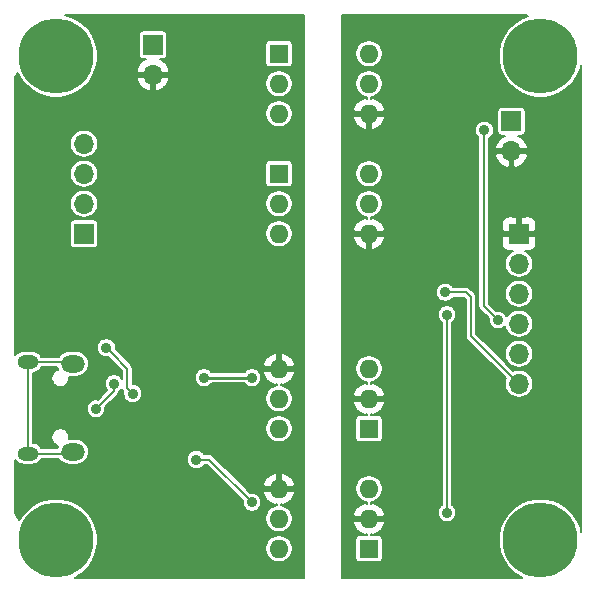
<source format=gbr>
G04 #@! TF.GenerationSoftware,KiCad,Pcbnew,(5.1.5)-3*
G04 #@! TF.CreationDate,2020-05-30T09:53:05-04:00*
G04 #@! TF.ProjectId,OptoUSB,4f70746f-5553-4422-9e6b-696361645f70,rev?*
G04 #@! TF.SameCoordinates,Original*
G04 #@! TF.FileFunction,Copper,L2,Bot*
G04 #@! TF.FilePolarity,Positive*
%FSLAX46Y46*%
G04 Gerber Fmt 4.6, Leading zero omitted, Abs format (unit mm)*
G04 Created by KiCad (PCBNEW (5.1.5)-3) date 2020-05-30 09:53:05*
%MOMM*%
%LPD*%
G04 APERTURE LIST*
%ADD10O,2.000000X1.450000*%
%ADD11O,1.800000X1.150000*%
%ADD12C,6.350000*%
%ADD13R,1.700000X1.700000*%
%ADD14O,1.700000X1.700000*%
%ADD15R,1.600000X1.600000*%
%ADD16O,1.600000X1.600000*%
%ADD17C,0.889000*%
%ADD18C,0.203200*%
%ADD19C,0.254000*%
G04 APERTURE END LIST*
D10*
X5406000Y-30057000D03*
X5406000Y-37507000D03*
D11*
X1606000Y-29907000D03*
X1606000Y-37657000D03*
D12*
X4000000Y-4000000D03*
X4000000Y-45000000D03*
X45000000Y-4000000D03*
X45000000Y-45000000D03*
D13*
X43180000Y-19050000D03*
D14*
X43180000Y-21590000D03*
X43180000Y-24130000D03*
X43180000Y-26670000D03*
X43180000Y-29210000D03*
X43180000Y-31750000D03*
D13*
X6350000Y-19050000D03*
D14*
X6350000Y-16510000D03*
X6350000Y-13970000D03*
X6350000Y-11430000D03*
D15*
X30480000Y-35560000D03*
D16*
X22860000Y-30480000D03*
X30480000Y-33020000D03*
X22860000Y-33020000D03*
X30480000Y-30480000D03*
X22860000Y-35560000D03*
D15*
X22860000Y-3810000D03*
D16*
X30480000Y-8890000D03*
X22860000Y-6350000D03*
X30480000Y-6350000D03*
X22860000Y-8890000D03*
X30480000Y-3810000D03*
D15*
X30480000Y-45720000D03*
D16*
X22860000Y-40640000D03*
X30480000Y-43180000D03*
X22860000Y-43180000D03*
X30480000Y-40640000D03*
X22860000Y-45720000D03*
D15*
X22860000Y-13970000D03*
D16*
X30480000Y-19050000D03*
X22860000Y-16510000D03*
X30480000Y-16510000D03*
X22860000Y-19050000D03*
X30480000Y-13970000D03*
D13*
X12192000Y-3048000D03*
D14*
X12192000Y-5588000D03*
D13*
X42545000Y-9525000D03*
D14*
X42545000Y-12065000D03*
D17*
X18796000Y-21336000D03*
X18796000Y-11176000D03*
X17843500Y-36893500D03*
X9715500Y-42672000D03*
X17653000Y-47053500D03*
X11049000Y-28829000D03*
X11938000Y-37084000D03*
X7112000Y-35306000D03*
X8890000Y-31750000D03*
X7366000Y-33881300D03*
X8255000Y-28702000D03*
X10477500Y-32575500D03*
X16510000Y-31242000D03*
X20574000Y-31242000D03*
X41402000Y-26352500D03*
X40259000Y-10287000D03*
X37084000Y-42672000D03*
X37084000Y-25908000D03*
X20574000Y-41783000D03*
X15875000Y-38163500D03*
X32500000Y-28000000D03*
X32500000Y-25500000D03*
X39116000Y-20574000D03*
X34290000Y-31496000D03*
X37846000Y-2286000D03*
X37719000Y-12446000D03*
X36957000Y-24003000D03*
D18*
X8890000Y-32357300D02*
X8890000Y-31750000D01*
X7366000Y-33881300D02*
X8890000Y-32357300D01*
X8699499Y-29146499D02*
X8255000Y-28702000D01*
X10033001Y-30480001D02*
X8699499Y-29146499D01*
X10033001Y-32131001D02*
X10033001Y-30480001D01*
X10477500Y-32575500D02*
X10033001Y-32131001D01*
D19*
X16510000Y-31242000D02*
X20574000Y-31242000D01*
D18*
X41402000Y-26352500D02*
X40195500Y-25146000D01*
X40195500Y-25146000D02*
X40195500Y-10350500D01*
X40195500Y-10350500D02*
X40259000Y-10287000D01*
X37084000Y-25908000D02*
X37084000Y-42672000D01*
X20574000Y-41783000D02*
X16954500Y-38163500D01*
X16954500Y-38163500D02*
X15875000Y-38163500D01*
X36957000Y-24003000D02*
X38735000Y-24003000D01*
X39116000Y-27686000D02*
X43180000Y-31750000D01*
X39116000Y-24384000D02*
X39116000Y-27686000D01*
X38735000Y-24003000D02*
X39116000Y-24384000D01*
X1606000Y-36878800D02*
X1606000Y-29907000D01*
X1606000Y-37657000D02*
X1606000Y-36878800D01*
X5256000Y-29907000D02*
X5406000Y-30057000D01*
X1606000Y-29907000D02*
X5256000Y-29907000D01*
X5256000Y-37657000D02*
X5406000Y-37507000D01*
X1606000Y-37657000D02*
X5256000Y-37657000D01*
G36*
X24984400Y-48168400D02*
G01*
X5576708Y-48168400D01*
X5672366Y-48128777D01*
X6250626Y-47742396D01*
X6742396Y-47250626D01*
X7128777Y-46672366D01*
X7394921Y-46029838D01*
X7479191Y-45606183D01*
X21704400Y-45606183D01*
X21704400Y-45833817D01*
X21748809Y-46057076D01*
X21835921Y-46267382D01*
X21962387Y-46456652D01*
X22123348Y-46617613D01*
X22312618Y-46744079D01*
X22522924Y-46831191D01*
X22746183Y-46875600D01*
X22973817Y-46875600D01*
X23197076Y-46831191D01*
X23407382Y-46744079D01*
X23596652Y-46617613D01*
X23757613Y-46456652D01*
X23884079Y-46267382D01*
X23971191Y-46057076D01*
X24015600Y-45833817D01*
X24015600Y-45606183D01*
X23971191Y-45382924D01*
X23884079Y-45172618D01*
X23757613Y-44983348D01*
X23596652Y-44822387D01*
X23407382Y-44695921D01*
X23197076Y-44608809D01*
X22973817Y-44564400D01*
X22746183Y-44564400D01*
X22522924Y-44608809D01*
X22312618Y-44695921D01*
X22123348Y-44822387D01*
X21962387Y-44983348D01*
X21835921Y-45172618D01*
X21748809Y-45382924D01*
X21704400Y-45606183D01*
X7479191Y-45606183D01*
X7530600Y-45347734D01*
X7530600Y-44652266D01*
X7394921Y-43970162D01*
X7128777Y-43327634D01*
X6742396Y-42749374D01*
X6250626Y-42257604D01*
X5672366Y-41871223D01*
X5029838Y-41605079D01*
X4347734Y-41469400D01*
X3652266Y-41469400D01*
X2970162Y-41605079D01*
X2327634Y-41871223D01*
X1749374Y-42257604D01*
X1257604Y-42749374D01*
X888000Y-43302525D01*
X546100Y-42732692D01*
X546100Y-38228434D01*
X619783Y-38318217D01*
X761485Y-38434509D01*
X923152Y-38520922D01*
X1098571Y-38574134D01*
X1235291Y-38587600D01*
X1976709Y-38587600D01*
X2113429Y-38574134D01*
X2288848Y-38520922D01*
X2450515Y-38434509D01*
X2592217Y-38318217D01*
X2708509Y-38176515D01*
X2741817Y-38114200D01*
X4231405Y-38114200D01*
X4363204Y-38274796D01*
X4527746Y-38409833D01*
X4715472Y-38510174D01*
X4919165Y-38571964D01*
X5077919Y-38587600D01*
X5734081Y-38587600D01*
X5892835Y-38571964D01*
X6096528Y-38510174D01*
X6284254Y-38409833D01*
X6448796Y-38274796D01*
X6583833Y-38110254D01*
X6597493Y-38084697D01*
X15074900Y-38084697D01*
X15074900Y-38242303D01*
X15105648Y-38396880D01*
X15165961Y-38542489D01*
X15253522Y-38673534D01*
X15364966Y-38784978D01*
X15496011Y-38872539D01*
X15641620Y-38932852D01*
X15796197Y-38963600D01*
X15953803Y-38963600D01*
X16108380Y-38932852D01*
X16253989Y-38872539D01*
X16385034Y-38784978D01*
X16496478Y-38673534D01*
X16531780Y-38620700D01*
X16765123Y-38620700D01*
X19786297Y-41641875D01*
X19773900Y-41704197D01*
X19773900Y-41861803D01*
X19804648Y-42016380D01*
X19864961Y-42161989D01*
X19952522Y-42293034D01*
X20063966Y-42404478D01*
X20195011Y-42492039D01*
X20340620Y-42552352D01*
X20495197Y-42583100D01*
X20652803Y-42583100D01*
X20807380Y-42552352D01*
X20952989Y-42492039D01*
X21084034Y-42404478D01*
X21195478Y-42293034D01*
X21283039Y-42161989D01*
X21343352Y-42016380D01*
X21374100Y-41861803D01*
X21374100Y-41704197D01*
X21343352Y-41549620D01*
X21283039Y-41404011D01*
X21195478Y-41272966D01*
X21084034Y-41161522D01*
X20952989Y-41073961D01*
X20807380Y-41013648D01*
X20787739Y-41009741D01*
X21499756Y-41009741D01*
X21523577Y-41088285D01*
X21636712Y-41340395D01*
X21796857Y-41565589D01*
X21997858Y-41755213D01*
X22231991Y-41901980D01*
X22490258Y-42000250D01*
X22707598Y-41888944D01*
X22707598Y-42032075D01*
X22522924Y-42068809D01*
X22312618Y-42155921D01*
X22123348Y-42282387D01*
X21962387Y-42443348D01*
X21835921Y-42632618D01*
X21748809Y-42842924D01*
X21704400Y-43066183D01*
X21704400Y-43293817D01*
X21748809Y-43517076D01*
X21835921Y-43727382D01*
X21962387Y-43916652D01*
X22123348Y-44077613D01*
X22312618Y-44204079D01*
X22522924Y-44291191D01*
X22746183Y-44335600D01*
X22973817Y-44335600D01*
X23197076Y-44291191D01*
X23407382Y-44204079D01*
X23596652Y-44077613D01*
X23757613Y-43916652D01*
X23884079Y-43727382D01*
X23971191Y-43517076D01*
X24015600Y-43293817D01*
X24015600Y-43066183D01*
X23971191Y-42842924D01*
X23884079Y-42632618D01*
X23757613Y-42443348D01*
X23596652Y-42282387D01*
X23407382Y-42155921D01*
X23197076Y-42068809D01*
X23012402Y-42032075D01*
X23012402Y-41888944D01*
X23229742Y-42000250D01*
X23488009Y-41901980D01*
X23722142Y-41755213D01*
X23923143Y-41565589D01*
X24083288Y-41340395D01*
X24196423Y-41088285D01*
X24220244Y-41009741D01*
X24107929Y-40792400D01*
X23012400Y-40792400D01*
X23012400Y-40812400D01*
X22707600Y-40812400D01*
X22707600Y-40792400D01*
X21612071Y-40792400D01*
X21499756Y-41009741D01*
X20787739Y-41009741D01*
X20652803Y-40982900D01*
X20495197Y-40982900D01*
X20432875Y-40995297D01*
X19707837Y-40270259D01*
X21499756Y-40270259D01*
X21612071Y-40487600D01*
X22707600Y-40487600D01*
X22707600Y-39391057D01*
X23012400Y-39391057D01*
X23012400Y-40487600D01*
X24107929Y-40487600D01*
X24220244Y-40270259D01*
X24196423Y-40191715D01*
X24083288Y-39939605D01*
X23923143Y-39714411D01*
X23722142Y-39524787D01*
X23488009Y-39378020D01*
X23229742Y-39279750D01*
X23012400Y-39391057D01*
X22707600Y-39391057D01*
X22490258Y-39279750D01*
X22231991Y-39378020D01*
X21997858Y-39524787D01*
X21796857Y-39714411D01*
X21636712Y-39939605D01*
X21523577Y-40191715D01*
X21499756Y-40270259D01*
X19707837Y-40270259D01*
X17293674Y-37856097D01*
X17279353Y-37838647D01*
X17209736Y-37781513D01*
X17130309Y-37739059D01*
X17044127Y-37712915D01*
X16976960Y-37706300D01*
X16976950Y-37706300D01*
X16954500Y-37704089D01*
X16932050Y-37706300D01*
X16531780Y-37706300D01*
X16496478Y-37653466D01*
X16385034Y-37542022D01*
X16253989Y-37454461D01*
X16108380Y-37394148D01*
X15953803Y-37363400D01*
X15796197Y-37363400D01*
X15641620Y-37394148D01*
X15496011Y-37454461D01*
X15364966Y-37542022D01*
X15253522Y-37653466D01*
X15165961Y-37784511D01*
X15105648Y-37930120D01*
X15074900Y-38084697D01*
X6597493Y-38084697D01*
X6684174Y-37922528D01*
X6745964Y-37718835D01*
X6766828Y-37507000D01*
X6745964Y-37295165D01*
X6684174Y-37091472D01*
X6583833Y-36903746D01*
X6448796Y-36739204D01*
X6284254Y-36604167D01*
X6096528Y-36503826D01*
X5892835Y-36442036D01*
X5734081Y-36426400D01*
X5097680Y-36426400D01*
X5111600Y-36356420D01*
X5111600Y-36207580D01*
X5082563Y-36061600D01*
X5025604Y-35924089D01*
X4942913Y-35800333D01*
X4837667Y-35695087D01*
X4713911Y-35612396D01*
X4576400Y-35555437D01*
X4430420Y-35526400D01*
X4281580Y-35526400D01*
X4135600Y-35555437D01*
X3998089Y-35612396D01*
X3874333Y-35695087D01*
X3769087Y-35800333D01*
X3686396Y-35924089D01*
X3629437Y-36061600D01*
X3600400Y-36207580D01*
X3600400Y-36356420D01*
X3629437Y-36502400D01*
X3686396Y-36639911D01*
X3769087Y-36763667D01*
X3874333Y-36868913D01*
X3998089Y-36951604D01*
X4135600Y-37008563D01*
X4168630Y-37015133D01*
X4127826Y-37091472D01*
X4094965Y-37199800D01*
X2741817Y-37199800D01*
X2708509Y-37137485D01*
X2592217Y-36995783D01*
X2450515Y-36879491D01*
X2288848Y-36793078D01*
X2113429Y-36739866D01*
X2063200Y-36734919D01*
X2063200Y-35446183D01*
X21704400Y-35446183D01*
X21704400Y-35673817D01*
X21748809Y-35897076D01*
X21835921Y-36107382D01*
X21962387Y-36296652D01*
X22123348Y-36457613D01*
X22312618Y-36584079D01*
X22522924Y-36671191D01*
X22746183Y-36715600D01*
X22973817Y-36715600D01*
X23197076Y-36671191D01*
X23407382Y-36584079D01*
X23596652Y-36457613D01*
X23757613Y-36296652D01*
X23884079Y-36107382D01*
X23971191Y-35897076D01*
X24015600Y-35673817D01*
X24015600Y-35446183D01*
X23971191Y-35222924D01*
X23884079Y-35012618D01*
X23757613Y-34823348D01*
X23596652Y-34662387D01*
X23407382Y-34535921D01*
X23197076Y-34448809D01*
X22973817Y-34404400D01*
X22746183Y-34404400D01*
X22522924Y-34448809D01*
X22312618Y-34535921D01*
X22123348Y-34662387D01*
X21962387Y-34823348D01*
X21835921Y-35012618D01*
X21748809Y-35222924D01*
X21704400Y-35446183D01*
X2063200Y-35446183D01*
X2063200Y-33802497D01*
X6565900Y-33802497D01*
X6565900Y-33960103D01*
X6596648Y-34114680D01*
X6656961Y-34260289D01*
X6744522Y-34391334D01*
X6855966Y-34502778D01*
X6987011Y-34590339D01*
X7132620Y-34650652D01*
X7287197Y-34681400D01*
X7444803Y-34681400D01*
X7599380Y-34650652D01*
X7744989Y-34590339D01*
X7876034Y-34502778D01*
X7987478Y-34391334D01*
X8075039Y-34260289D01*
X8135352Y-34114680D01*
X8166100Y-33960103D01*
X8166100Y-33802497D01*
X8153703Y-33740174D01*
X9197409Y-32696469D01*
X9214853Y-32682153D01*
X9237709Y-32654303D01*
X9271987Y-32612537D01*
X9314440Y-32533110D01*
X9314441Y-32533109D01*
X9340585Y-32446927D01*
X9344351Y-32408684D01*
X9400034Y-32371478D01*
X9511478Y-32260034D01*
X9576686Y-32162443D01*
X9582416Y-32220627D01*
X9608560Y-32306809D01*
X9651014Y-32386236D01*
X9689938Y-32433665D01*
X9677400Y-32496697D01*
X9677400Y-32654303D01*
X9708148Y-32808880D01*
X9768461Y-32954489D01*
X9856022Y-33085534D01*
X9967466Y-33196978D01*
X10098511Y-33284539D01*
X10244120Y-33344852D01*
X10398697Y-33375600D01*
X10556303Y-33375600D01*
X10710880Y-33344852D01*
X10856489Y-33284539D01*
X10987534Y-33196978D01*
X11098978Y-33085534D01*
X11186539Y-32954489D01*
X11246852Y-32808880D01*
X11277600Y-32654303D01*
X11277600Y-32496697D01*
X11246852Y-32342120D01*
X11186539Y-32196511D01*
X11098978Y-32065466D01*
X10987534Y-31954022D01*
X10856489Y-31866461D01*
X10710880Y-31806148D01*
X10556303Y-31775400D01*
X10490201Y-31775400D01*
X10490201Y-31163197D01*
X15709900Y-31163197D01*
X15709900Y-31320803D01*
X15740648Y-31475380D01*
X15800961Y-31620989D01*
X15888522Y-31752034D01*
X15999966Y-31863478D01*
X16131011Y-31951039D01*
X16276620Y-32011352D01*
X16431197Y-32042100D01*
X16588803Y-32042100D01*
X16743380Y-32011352D01*
X16888989Y-31951039D01*
X17020034Y-31863478D01*
X17131478Y-31752034D01*
X17149809Y-31724600D01*
X19934191Y-31724600D01*
X19952522Y-31752034D01*
X20063966Y-31863478D01*
X20195011Y-31951039D01*
X20340620Y-32011352D01*
X20495197Y-32042100D01*
X20652803Y-32042100D01*
X20807380Y-32011352D01*
X20952989Y-31951039D01*
X21084034Y-31863478D01*
X21195478Y-31752034D01*
X21283039Y-31620989D01*
X21343352Y-31475380D01*
X21374100Y-31320803D01*
X21374100Y-31163197D01*
X21343352Y-31008620D01*
X21283039Y-30863011D01*
X21274173Y-30849741D01*
X21499756Y-30849741D01*
X21523577Y-30928285D01*
X21636712Y-31180395D01*
X21796857Y-31405589D01*
X21997858Y-31595213D01*
X22231991Y-31741980D01*
X22490258Y-31840250D01*
X22707598Y-31728944D01*
X22707598Y-31872075D01*
X22522924Y-31908809D01*
X22312618Y-31995921D01*
X22123348Y-32122387D01*
X21962387Y-32283348D01*
X21835921Y-32472618D01*
X21748809Y-32682924D01*
X21704400Y-32906183D01*
X21704400Y-33133817D01*
X21748809Y-33357076D01*
X21835921Y-33567382D01*
X21962387Y-33756652D01*
X22123348Y-33917613D01*
X22312618Y-34044079D01*
X22522924Y-34131191D01*
X22746183Y-34175600D01*
X22973817Y-34175600D01*
X23197076Y-34131191D01*
X23407382Y-34044079D01*
X23596652Y-33917613D01*
X23757613Y-33756652D01*
X23884079Y-33567382D01*
X23971191Y-33357076D01*
X24015600Y-33133817D01*
X24015600Y-32906183D01*
X23971191Y-32682924D01*
X23884079Y-32472618D01*
X23757613Y-32283348D01*
X23596652Y-32122387D01*
X23407382Y-31995921D01*
X23197076Y-31908809D01*
X23012402Y-31872075D01*
X23012402Y-31728944D01*
X23229742Y-31840250D01*
X23488009Y-31741980D01*
X23722142Y-31595213D01*
X23923143Y-31405589D01*
X24083288Y-31180395D01*
X24196423Y-30928285D01*
X24220244Y-30849741D01*
X24107929Y-30632400D01*
X23012400Y-30632400D01*
X23012400Y-30652400D01*
X22707600Y-30652400D01*
X22707600Y-30632400D01*
X21612071Y-30632400D01*
X21499756Y-30849741D01*
X21274173Y-30849741D01*
X21195478Y-30731966D01*
X21084034Y-30620522D01*
X20952989Y-30532961D01*
X20807380Y-30472648D01*
X20652803Y-30441900D01*
X20495197Y-30441900D01*
X20340620Y-30472648D01*
X20195011Y-30532961D01*
X20063966Y-30620522D01*
X19952522Y-30731966D01*
X19934191Y-30759400D01*
X17149809Y-30759400D01*
X17131478Y-30731966D01*
X17020034Y-30620522D01*
X16888989Y-30532961D01*
X16743380Y-30472648D01*
X16588803Y-30441900D01*
X16431197Y-30441900D01*
X16276620Y-30472648D01*
X16131011Y-30532961D01*
X15999966Y-30620522D01*
X15888522Y-30731966D01*
X15800961Y-30863011D01*
X15740648Y-31008620D01*
X15709900Y-31163197D01*
X10490201Y-31163197D01*
X10490201Y-30502451D01*
X10492412Y-30480001D01*
X10490201Y-30457551D01*
X10490201Y-30457541D01*
X10483586Y-30390374D01*
X10457442Y-30304192D01*
X10457442Y-30304191D01*
X10414988Y-30224765D01*
X10372172Y-30172593D01*
X10372166Y-30172587D01*
X10357854Y-30155148D01*
X10340415Y-30140836D01*
X10309838Y-30110259D01*
X21499756Y-30110259D01*
X21612071Y-30327600D01*
X22707600Y-30327600D01*
X22707600Y-29231057D01*
X23012400Y-29231057D01*
X23012400Y-30327600D01*
X24107929Y-30327600D01*
X24220244Y-30110259D01*
X24196423Y-30031715D01*
X24083288Y-29779605D01*
X23923143Y-29554411D01*
X23722142Y-29364787D01*
X23488009Y-29218020D01*
X23229742Y-29119750D01*
X23012400Y-29231057D01*
X22707600Y-29231057D01*
X22490258Y-29119750D01*
X22231991Y-29218020D01*
X21997858Y-29364787D01*
X21796857Y-29554411D01*
X21636712Y-29779605D01*
X21523577Y-30031715D01*
X21499756Y-30110259D01*
X10309838Y-30110259D01*
X9042703Y-28843126D01*
X9055100Y-28780803D01*
X9055100Y-28623197D01*
X9024352Y-28468620D01*
X8964039Y-28323011D01*
X8876478Y-28191966D01*
X8765034Y-28080522D01*
X8633989Y-27992961D01*
X8488380Y-27932648D01*
X8333803Y-27901900D01*
X8176197Y-27901900D01*
X8021620Y-27932648D01*
X7876011Y-27992961D01*
X7744966Y-28080522D01*
X7633522Y-28191966D01*
X7545961Y-28323011D01*
X7485648Y-28468620D01*
X7454900Y-28623197D01*
X7454900Y-28780803D01*
X7485648Y-28935380D01*
X7545961Y-29080989D01*
X7633522Y-29212034D01*
X7744966Y-29323478D01*
X7876011Y-29411039D01*
X8021620Y-29471352D01*
X8176197Y-29502100D01*
X8333803Y-29502100D01*
X8396126Y-29489703D01*
X9575802Y-30669381D01*
X9575801Y-31336233D01*
X9511478Y-31239966D01*
X9400034Y-31128522D01*
X9268989Y-31040961D01*
X9123380Y-30980648D01*
X8968803Y-30949900D01*
X8811197Y-30949900D01*
X8656620Y-30980648D01*
X8511011Y-31040961D01*
X8379966Y-31128522D01*
X8268522Y-31239966D01*
X8180961Y-31371011D01*
X8120648Y-31516620D01*
X8089900Y-31671197D01*
X8089900Y-31828803D01*
X8120648Y-31983380D01*
X8180961Y-32128989D01*
X8268522Y-32260034D01*
X8304605Y-32296117D01*
X7507126Y-33093597D01*
X7444803Y-33081200D01*
X7287197Y-33081200D01*
X7132620Y-33111948D01*
X6987011Y-33172261D01*
X6855966Y-33259822D01*
X6744522Y-33371266D01*
X6656961Y-33502311D01*
X6596648Y-33647920D01*
X6565900Y-33802497D01*
X2063200Y-33802497D01*
X2063200Y-30829081D01*
X2113429Y-30824134D01*
X2288848Y-30770922D01*
X2450515Y-30684509D01*
X2592217Y-30568217D01*
X2708509Y-30426515D01*
X2741817Y-30364200D01*
X4094965Y-30364200D01*
X4127826Y-30472528D01*
X4168630Y-30548867D01*
X4135600Y-30555437D01*
X3998089Y-30612396D01*
X3874333Y-30695087D01*
X3769087Y-30800333D01*
X3686396Y-30924089D01*
X3629437Y-31061600D01*
X3600400Y-31207580D01*
X3600400Y-31356420D01*
X3629437Y-31502400D01*
X3686396Y-31639911D01*
X3769087Y-31763667D01*
X3874333Y-31868913D01*
X3998089Y-31951604D01*
X4135600Y-32008563D01*
X4281580Y-32037600D01*
X4430420Y-32037600D01*
X4576400Y-32008563D01*
X4713911Y-31951604D01*
X4837667Y-31868913D01*
X4942913Y-31763667D01*
X5025604Y-31639911D01*
X5082563Y-31502400D01*
X5111600Y-31356420D01*
X5111600Y-31207580D01*
X5097680Y-31137600D01*
X5734081Y-31137600D01*
X5892835Y-31121964D01*
X6096528Y-31060174D01*
X6284254Y-30959833D01*
X6448796Y-30824796D01*
X6583833Y-30660254D01*
X6684174Y-30472528D01*
X6745964Y-30268835D01*
X6766828Y-30057000D01*
X6745964Y-29845165D01*
X6684174Y-29641472D01*
X6583833Y-29453746D01*
X6448796Y-29289204D01*
X6284254Y-29154167D01*
X6096528Y-29053826D01*
X5892835Y-28992036D01*
X5734081Y-28976400D01*
X5077919Y-28976400D01*
X4919165Y-28992036D01*
X4715472Y-29053826D01*
X4527746Y-29154167D01*
X4363204Y-29289204D01*
X4231405Y-29449800D01*
X2741817Y-29449800D01*
X2708509Y-29387485D01*
X2592217Y-29245783D01*
X2450515Y-29129491D01*
X2288848Y-29043078D01*
X2113429Y-28989866D01*
X1976709Y-28976400D01*
X1235291Y-28976400D01*
X1098571Y-28989866D01*
X923152Y-29043078D01*
X761485Y-29129491D01*
X619783Y-29245783D01*
X546100Y-29335566D01*
X546100Y-18200000D01*
X5142680Y-18200000D01*
X5142680Y-19900000D01*
X5149546Y-19969710D01*
X5169879Y-20036740D01*
X5202899Y-20098516D01*
X5247337Y-20152663D01*
X5301484Y-20197101D01*
X5363260Y-20230121D01*
X5430290Y-20250454D01*
X5500000Y-20257320D01*
X7200000Y-20257320D01*
X7269710Y-20250454D01*
X7336740Y-20230121D01*
X7398516Y-20197101D01*
X7452663Y-20152663D01*
X7497101Y-20098516D01*
X7530121Y-20036740D01*
X7550454Y-19969710D01*
X7557320Y-19900000D01*
X7557320Y-18936183D01*
X21704400Y-18936183D01*
X21704400Y-19163817D01*
X21748809Y-19387076D01*
X21835921Y-19597382D01*
X21962387Y-19786652D01*
X22123348Y-19947613D01*
X22312618Y-20074079D01*
X22522924Y-20161191D01*
X22746183Y-20205600D01*
X22973817Y-20205600D01*
X23197076Y-20161191D01*
X23407382Y-20074079D01*
X23596652Y-19947613D01*
X23757613Y-19786652D01*
X23884079Y-19597382D01*
X23971191Y-19387076D01*
X24015600Y-19163817D01*
X24015600Y-18936183D01*
X23971191Y-18712924D01*
X23884079Y-18502618D01*
X23757613Y-18313348D01*
X23596652Y-18152387D01*
X23407382Y-18025921D01*
X23197076Y-17938809D01*
X22973817Y-17894400D01*
X22746183Y-17894400D01*
X22522924Y-17938809D01*
X22312618Y-18025921D01*
X22123348Y-18152387D01*
X21962387Y-18313348D01*
X21835921Y-18502618D01*
X21748809Y-18712924D01*
X21704400Y-18936183D01*
X7557320Y-18936183D01*
X7557320Y-18200000D01*
X7550454Y-18130290D01*
X7530121Y-18063260D01*
X7497101Y-18001484D01*
X7452663Y-17947337D01*
X7398516Y-17902899D01*
X7336740Y-17869879D01*
X7269710Y-17849546D01*
X7200000Y-17842680D01*
X5500000Y-17842680D01*
X5430290Y-17849546D01*
X5363260Y-17869879D01*
X5301484Y-17902899D01*
X5247337Y-17947337D01*
X5202899Y-18001484D01*
X5169879Y-18063260D01*
X5149546Y-18130290D01*
X5142680Y-18200000D01*
X546100Y-18200000D01*
X546100Y-16391259D01*
X5144400Y-16391259D01*
X5144400Y-16628741D01*
X5190731Y-16861660D01*
X5281611Y-17081066D01*
X5413550Y-17278525D01*
X5581475Y-17446450D01*
X5778934Y-17578389D01*
X5998340Y-17669269D01*
X6231259Y-17715600D01*
X6468741Y-17715600D01*
X6701660Y-17669269D01*
X6921066Y-17578389D01*
X7118525Y-17446450D01*
X7286450Y-17278525D01*
X7418389Y-17081066D01*
X7509269Y-16861660D01*
X7555600Y-16628741D01*
X7555600Y-16396183D01*
X21704400Y-16396183D01*
X21704400Y-16623817D01*
X21748809Y-16847076D01*
X21835921Y-17057382D01*
X21962387Y-17246652D01*
X22123348Y-17407613D01*
X22312618Y-17534079D01*
X22522924Y-17621191D01*
X22746183Y-17665600D01*
X22973817Y-17665600D01*
X23197076Y-17621191D01*
X23407382Y-17534079D01*
X23596652Y-17407613D01*
X23757613Y-17246652D01*
X23884079Y-17057382D01*
X23971191Y-16847076D01*
X24015600Y-16623817D01*
X24015600Y-16396183D01*
X23971191Y-16172924D01*
X23884079Y-15962618D01*
X23757613Y-15773348D01*
X23596652Y-15612387D01*
X23407382Y-15485921D01*
X23197076Y-15398809D01*
X22973817Y-15354400D01*
X22746183Y-15354400D01*
X22522924Y-15398809D01*
X22312618Y-15485921D01*
X22123348Y-15612387D01*
X21962387Y-15773348D01*
X21835921Y-15962618D01*
X21748809Y-16172924D01*
X21704400Y-16396183D01*
X7555600Y-16396183D01*
X7555600Y-16391259D01*
X7509269Y-16158340D01*
X7418389Y-15938934D01*
X7286450Y-15741475D01*
X7118525Y-15573550D01*
X6921066Y-15441611D01*
X6701660Y-15350731D01*
X6468741Y-15304400D01*
X6231259Y-15304400D01*
X5998340Y-15350731D01*
X5778934Y-15441611D01*
X5581475Y-15573550D01*
X5413550Y-15741475D01*
X5281611Y-15938934D01*
X5190731Y-16158340D01*
X5144400Y-16391259D01*
X546100Y-16391259D01*
X546100Y-13851259D01*
X5144400Y-13851259D01*
X5144400Y-14088741D01*
X5190731Y-14321660D01*
X5281611Y-14541066D01*
X5413550Y-14738525D01*
X5581475Y-14906450D01*
X5778934Y-15038389D01*
X5998340Y-15129269D01*
X6231259Y-15175600D01*
X6468741Y-15175600D01*
X6701660Y-15129269D01*
X6921066Y-15038389D01*
X7118525Y-14906450D01*
X7286450Y-14738525D01*
X7418389Y-14541066D01*
X7509269Y-14321660D01*
X7555600Y-14088741D01*
X7555600Y-13851259D01*
X7509269Y-13618340D01*
X7418389Y-13398934D01*
X7286450Y-13201475D01*
X7254975Y-13170000D01*
X21702680Y-13170000D01*
X21702680Y-14770000D01*
X21709546Y-14839710D01*
X21729879Y-14906740D01*
X21762899Y-14968516D01*
X21807337Y-15022663D01*
X21861484Y-15067101D01*
X21923260Y-15100121D01*
X21990290Y-15120454D01*
X22060000Y-15127320D01*
X23660000Y-15127320D01*
X23729710Y-15120454D01*
X23796740Y-15100121D01*
X23858516Y-15067101D01*
X23912663Y-15022663D01*
X23957101Y-14968516D01*
X23990121Y-14906740D01*
X24010454Y-14839710D01*
X24017320Y-14770000D01*
X24017320Y-13170000D01*
X24010454Y-13100290D01*
X23990121Y-13033260D01*
X23957101Y-12971484D01*
X23912663Y-12917337D01*
X23858516Y-12872899D01*
X23796740Y-12839879D01*
X23729710Y-12819546D01*
X23660000Y-12812680D01*
X22060000Y-12812680D01*
X21990290Y-12819546D01*
X21923260Y-12839879D01*
X21861484Y-12872899D01*
X21807337Y-12917337D01*
X21762899Y-12971484D01*
X21729879Y-13033260D01*
X21709546Y-13100290D01*
X21702680Y-13170000D01*
X7254975Y-13170000D01*
X7118525Y-13033550D01*
X6921066Y-12901611D01*
X6701660Y-12810731D01*
X6468741Y-12764400D01*
X6231259Y-12764400D01*
X5998340Y-12810731D01*
X5778934Y-12901611D01*
X5581475Y-13033550D01*
X5413550Y-13201475D01*
X5281611Y-13398934D01*
X5190731Y-13618340D01*
X5144400Y-13851259D01*
X546100Y-13851259D01*
X546100Y-11311259D01*
X5144400Y-11311259D01*
X5144400Y-11548741D01*
X5190731Y-11781660D01*
X5281611Y-12001066D01*
X5413550Y-12198525D01*
X5581475Y-12366450D01*
X5778934Y-12498389D01*
X5998340Y-12589269D01*
X6231259Y-12635600D01*
X6468741Y-12635600D01*
X6701660Y-12589269D01*
X6921066Y-12498389D01*
X7118525Y-12366450D01*
X7286450Y-12198525D01*
X7418389Y-12001066D01*
X7509269Y-11781660D01*
X7555600Y-11548741D01*
X7555600Y-11311259D01*
X7509269Y-11078340D01*
X7418389Y-10858934D01*
X7286450Y-10661475D01*
X7118525Y-10493550D01*
X6921066Y-10361611D01*
X6701660Y-10270731D01*
X6468741Y-10224400D01*
X6231259Y-10224400D01*
X5998340Y-10270731D01*
X5778934Y-10361611D01*
X5581475Y-10493550D01*
X5413550Y-10661475D01*
X5281611Y-10858934D01*
X5190731Y-11078340D01*
X5144400Y-11311259D01*
X546100Y-11311259D01*
X546100Y-8776183D01*
X21704400Y-8776183D01*
X21704400Y-9003817D01*
X21748809Y-9227076D01*
X21835921Y-9437382D01*
X21962387Y-9626652D01*
X22123348Y-9787613D01*
X22312618Y-9914079D01*
X22522924Y-10001191D01*
X22746183Y-10045600D01*
X22973817Y-10045600D01*
X23197076Y-10001191D01*
X23407382Y-9914079D01*
X23596652Y-9787613D01*
X23757613Y-9626652D01*
X23884079Y-9437382D01*
X23971191Y-9227076D01*
X24015600Y-9003817D01*
X24015600Y-8776183D01*
X23971191Y-8552924D01*
X23884079Y-8342618D01*
X23757613Y-8153348D01*
X23596652Y-7992387D01*
X23407382Y-7865921D01*
X23197076Y-7778809D01*
X22973817Y-7734400D01*
X22746183Y-7734400D01*
X22522924Y-7778809D01*
X22312618Y-7865921D01*
X22123348Y-7992387D01*
X21962387Y-8153348D01*
X21835921Y-8342618D01*
X21748809Y-8552924D01*
X21704400Y-8776183D01*
X546100Y-8776183D01*
X546100Y-5765014D01*
X785596Y-5465644D01*
X871223Y-5672366D01*
X1257604Y-6250626D01*
X1749374Y-6742396D01*
X2327634Y-7128777D01*
X2970162Y-7394921D01*
X3652266Y-7530600D01*
X4347734Y-7530600D01*
X5029838Y-7394921D01*
X5672366Y-7128777D01*
X6250626Y-6742396D01*
X6742396Y-6250626D01*
X6932839Y-5965607D01*
X10782090Y-5965607D01*
X10809911Y-6057338D01*
X10928031Y-6317952D01*
X11094724Y-6550514D01*
X11303585Y-6746087D01*
X11546587Y-6897156D01*
X11814392Y-6997915D01*
X12039600Y-6887228D01*
X12039600Y-5740400D01*
X12344400Y-5740400D01*
X12344400Y-6887228D01*
X12569608Y-6997915D01*
X12837413Y-6897156D01*
X13080415Y-6746087D01*
X13289276Y-6550514D01*
X13455969Y-6317952D01*
X13493029Y-6236183D01*
X21704400Y-6236183D01*
X21704400Y-6463817D01*
X21748809Y-6687076D01*
X21835921Y-6897382D01*
X21962387Y-7086652D01*
X22123348Y-7247613D01*
X22312618Y-7374079D01*
X22522924Y-7461191D01*
X22746183Y-7505600D01*
X22973817Y-7505600D01*
X23197076Y-7461191D01*
X23407382Y-7374079D01*
X23596652Y-7247613D01*
X23757613Y-7086652D01*
X23884079Y-6897382D01*
X23971191Y-6687076D01*
X24015600Y-6463817D01*
X24015600Y-6236183D01*
X23971191Y-6012924D01*
X23884079Y-5802618D01*
X23757613Y-5613348D01*
X23596652Y-5452387D01*
X23407382Y-5325921D01*
X23197076Y-5238809D01*
X22973817Y-5194400D01*
X22746183Y-5194400D01*
X22522924Y-5238809D01*
X22312618Y-5325921D01*
X22123348Y-5452387D01*
X21962387Y-5613348D01*
X21835921Y-5802618D01*
X21748809Y-6012924D01*
X21704400Y-6236183D01*
X13493029Y-6236183D01*
X13574089Y-6057338D01*
X13601910Y-5965607D01*
X13490286Y-5740400D01*
X12344400Y-5740400D01*
X12039600Y-5740400D01*
X10893714Y-5740400D01*
X10782090Y-5965607D01*
X6932839Y-5965607D01*
X7128777Y-5672366D01*
X7320132Y-5210393D01*
X10782090Y-5210393D01*
X10893714Y-5435600D01*
X12039600Y-5435600D01*
X12039600Y-5415600D01*
X12344400Y-5415600D01*
X12344400Y-5435600D01*
X13490286Y-5435600D01*
X13601910Y-5210393D01*
X13574089Y-5118662D01*
X13455969Y-4858048D01*
X13289276Y-4625486D01*
X13080415Y-4429913D01*
X12837413Y-4278844D01*
X12774889Y-4255320D01*
X13042000Y-4255320D01*
X13111710Y-4248454D01*
X13178740Y-4228121D01*
X13240516Y-4195101D01*
X13294663Y-4150663D01*
X13339101Y-4096516D01*
X13372121Y-4034740D01*
X13392454Y-3967710D01*
X13399320Y-3898000D01*
X13399320Y-3010000D01*
X21702680Y-3010000D01*
X21702680Y-4610000D01*
X21709546Y-4679710D01*
X21729879Y-4746740D01*
X21762899Y-4808516D01*
X21807337Y-4862663D01*
X21861484Y-4907101D01*
X21923260Y-4940121D01*
X21990290Y-4960454D01*
X22060000Y-4967320D01*
X23660000Y-4967320D01*
X23729710Y-4960454D01*
X23796740Y-4940121D01*
X23858516Y-4907101D01*
X23912663Y-4862663D01*
X23957101Y-4808516D01*
X23990121Y-4746740D01*
X24010454Y-4679710D01*
X24017320Y-4610000D01*
X24017320Y-3010000D01*
X24010454Y-2940290D01*
X23990121Y-2873260D01*
X23957101Y-2811484D01*
X23912663Y-2757337D01*
X23858516Y-2712899D01*
X23796740Y-2679879D01*
X23729710Y-2659546D01*
X23660000Y-2652680D01*
X22060000Y-2652680D01*
X21990290Y-2659546D01*
X21923260Y-2679879D01*
X21861484Y-2712899D01*
X21807337Y-2757337D01*
X21762899Y-2811484D01*
X21729879Y-2873260D01*
X21709546Y-2940290D01*
X21702680Y-3010000D01*
X13399320Y-3010000D01*
X13399320Y-2198000D01*
X13392454Y-2128290D01*
X13372121Y-2061260D01*
X13339101Y-1999484D01*
X13294663Y-1945337D01*
X13240516Y-1900899D01*
X13178740Y-1867879D01*
X13111710Y-1847546D01*
X13042000Y-1840680D01*
X11342000Y-1840680D01*
X11272290Y-1847546D01*
X11205260Y-1867879D01*
X11143484Y-1900899D01*
X11089337Y-1945337D01*
X11044899Y-1999484D01*
X11011879Y-2061260D01*
X10991546Y-2128290D01*
X10984680Y-2198000D01*
X10984680Y-3898000D01*
X10991546Y-3967710D01*
X11011879Y-4034740D01*
X11044899Y-4096516D01*
X11089337Y-4150663D01*
X11143484Y-4195101D01*
X11205260Y-4228121D01*
X11272290Y-4248454D01*
X11342000Y-4255320D01*
X11609111Y-4255320D01*
X11546587Y-4278844D01*
X11303585Y-4429913D01*
X11094724Y-4625486D01*
X10928031Y-4858048D01*
X10809911Y-5118662D01*
X10782090Y-5210393D01*
X7320132Y-5210393D01*
X7394921Y-5029838D01*
X7530600Y-4347734D01*
X7530600Y-3652266D01*
X7394921Y-2970162D01*
X7128777Y-2327634D01*
X6742396Y-1749374D01*
X6250626Y-1257604D01*
X5672366Y-871223D01*
X5029838Y-605079D01*
X4733331Y-546100D01*
X24984400Y-546100D01*
X24984400Y-48168400D01*
G37*
X24984400Y-48168400D02*
X5576708Y-48168400D01*
X5672366Y-48128777D01*
X6250626Y-47742396D01*
X6742396Y-47250626D01*
X7128777Y-46672366D01*
X7394921Y-46029838D01*
X7479191Y-45606183D01*
X21704400Y-45606183D01*
X21704400Y-45833817D01*
X21748809Y-46057076D01*
X21835921Y-46267382D01*
X21962387Y-46456652D01*
X22123348Y-46617613D01*
X22312618Y-46744079D01*
X22522924Y-46831191D01*
X22746183Y-46875600D01*
X22973817Y-46875600D01*
X23197076Y-46831191D01*
X23407382Y-46744079D01*
X23596652Y-46617613D01*
X23757613Y-46456652D01*
X23884079Y-46267382D01*
X23971191Y-46057076D01*
X24015600Y-45833817D01*
X24015600Y-45606183D01*
X23971191Y-45382924D01*
X23884079Y-45172618D01*
X23757613Y-44983348D01*
X23596652Y-44822387D01*
X23407382Y-44695921D01*
X23197076Y-44608809D01*
X22973817Y-44564400D01*
X22746183Y-44564400D01*
X22522924Y-44608809D01*
X22312618Y-44695921D01*
X22123348Y-44822387D01*
X21962387Y-44983348D01*
X21835921Y-45172618D01*
X21748809Y-45382924D01*
X21704400Y-45606183D01*
X7479191Y-45606183D01*
X7530600Y-45347734D01*
X7530600Y-44652266D01*
X7394921Y-43970162D01*
X7128777Y-43327634D01*
X6742396Y-42749374D01*
X6250626Y-42257604D01*
X5672366Y-41871223D01*
X5029838Y-41605079D01*
X4347734Y-41469400D01*
X3652266Y-41469400D01*
X2970162Y-41605079D01*
X2327634Y-41871223D01*
X1749374Y-42257604D01*
X1257604Y-42749374D01*
X888000Y-43302525D01*
X546100Y-42732692D01*
X546100Y-38228434D01*
X619783Y-38318217D01*
X761485Y-38434509D01*
X923152Y-38520922D01*
X1098571Y-38574134D01*
X1235291Y-38587600D01*
X1976709Y-38587600D01*
X2113429Y-38574134D01*
X2288848Y-38520922D01*
X2450515Y-38434509D01*
X2592217Y-38318217D01*
X2708509Y-38176515D01*
X2741817Y-38114200D01*
X4231405Y-38114200D01*
X4363204Y-38274796D01*
X4527746Y-38409833D01*
X4715472Y-38510174D01*
X4919165Y-38571964D01*
X5077919Y-38587600D01*
X5734081Y-38587600D01*
X5892835Y-38571964D01*
X6096528Y-38510174D01*
X6284254Y-38409833D01*
X6448796Y-38274796D01*
X6583833Y-38110254D01*
X6597493Y-38084697D01*
X15074900Y-38084697D01*
X15074900Y-38242303D01*
X15105648Y-38396880D01*
X15165961Y-38542489D01*
X15253522Y-38673534D01*
X15364966Y-38784978D01*
X15496011Y-38872539D01*
X15641620Y-38932852D01*
X15796197Y-38963600D01*
X15953803Y-38963600D01*
X16108380Y-38932852D01*
X16253989Y-38872539D01*
X16385034Y-38784978D01*
X16496478Y-38673534D01*
X16531780Y-38620700D01*
X16765123Y-38620700D01*
X19786297Y-41641875D01*
X19773900Y-41704197D01*
X19773900Y-41861803D01*
X19804648Y-42016380D01*
X19864961Y-42161989D01*
X19952522Y-42293034D01*
X20063966Y-42404478D01*
X20195011Y-42492039D01*
X20340620Y-42552352D01*
X20495197Y-42583100D01*
X20652803Y-42583100D01*
X20807380Y-42552352D01*
X20952989Y-42492039D01*
X21084034Y-42404478D01*
X21195478Y-42293034D01*
X21283039Y-42161989D01*
X21343352Y-42016380D01*
X21374100Y-41861803D01*
X21374100Y-41704197D01*
X21343352Y-41549620D01*
X21283039Y-41404011D01*
X21195478Y-41272966D01*
X21084034Y-41161522D01*
X20952989Y-41073961D01*
X20807380Y-41013648D01*
X20787739Y-41009741D01*
X21499756Y-41009741D01*
X21523577Y-41088285D01*
X21636712Y-41340395D01*
X21796857Y-41565589D01*
X21997858Y-41755213D01*
X22231991Y-41901980D01*
X22490258Y-42000250D01*
X22707598Y-41888944D01*
X22707598Y-42032075D01*
X22522924Y-42068809D01*
X22312618Y-42155921D01*
X22123348Y-42282387D01*
X21962387Y-42443348D01*
X21835921Y-42632618D01*
X21748809Y-42842924D01*
X21704400Y-43066183D01*
X21704400Y-43293817D01*
X21748809Y-43517076D01*
X21835921Y-43727382D01*
X21962387Y-43916652D01*
X22123348Y-44077613D01*
X22312618Y-44204079D01*
X22522924Y-44291191D01*
X22746183Y-44335600D01*
X22973817Y-44335600D01*
X23197076Y-44291191D01*
X23407382Y-44204079D01*
X23596652Y-44077613D01*
X23757613Y-43916652D01*
X23884079Y-43727382D01*
X23971191Y-43517076D01*
X24015600Y-43293817D01*
X24015600Y-43066183D01*
X23971191Y-42842924D01*
X23884079Y-42632618D01*
X23757613Y-42443348D01*
X23596652Y-42282387D01*
X23407382Y-42155921D01*
X23197076Y-42068809D01*
X23012402Y-42032075D01*
X23012402Y-41888944D01*
X23229742Y-42000250D01*
X23488009Y-41901980D01*
X23722142Y-41755213D01*
X23923143Y-41565589D01*
X24083288Y-41340395D01*
X24196423Y-41088285D01*
X24220244Y-41009741D01*
X24107929Y-40792400D01*
X23012400Y-40792400D01*
X23012400Y-40812400D01*
X22707600Y-40812400D01*
X22707600Y-40792400D01*
X21612071Y-40792400D01*
X21499756Y-41009741D01*
X20787739Y-41009741D01*
X20652803Y-40982900D01*
X20495197Y-40982900D01*
X20432875Y-40995297D01*
X19707837Y-40270259D01*
X21499756Y-40270259D01*
X21612071Y-40487600D01*
X22707600Y-40487600D01*
X22707600Y-39391057D01*
X23012400Y-39391057D01*
X23012400Y-40487600D01*
X24107929Y-40487600D01*
X24220244Y-40270259D01*
X24196423Y-40191715D01*
X24083288Y-39939605D01*
X23923143Y-39714411D01*
X23722142Y-39524787D01*
X23488009Y-39378020D01*
X23229742Y-39279750D01*
X23012400Y-39391057D01*
X22707600Y-39391057D01*
X22490258Y-39279750D01*
X22231991Y-39378020D01*
X21997858Y-39524787D01*
X21796857Y-39714411D01*
X21636712Y-39939605D01*
X21523577Y-40191715D01*
X21499756Y-40270259D01*
X19707837Y-40270259D01*
X17293674Y-37856097D01*
X17279353Y-37838647D01*
X17209736Y-37781513D01*
X17130309Y-37739059D01*
X17044127Y-37712915D01*
X16976960Y-37706300D01*
X16976950Y-37706300D01*
X16954500Y-37704089D01*
X16932050Y-37706300D01*
X16531780Y-37706300D01*
X16496478Y-37653466D01*
X16385034Y-37542022D01*
X16253989Y-37454461D01*
X16108380Y-37394148D01*
X15953803Y-37363400D01*
X15796197Y-37363400D01*
X15641620Y-37394148D01*
X15496011Y-37454461D01*
X15364966Y-37542022D01*
X15253522Y-37653466D01*
X15165961Y-37784511D01*
X15105648Y-37930120D01*
X15074900Y-38084697D01*
X6597493Y-38084697D01*
X6684174Y-37922528D01*
X6745964Y-37718835D01*
X6766828Y-37507000D01*
X6745964Y-37295165D01*
X6684174Y-37091472D01*
X6583833Y-36903746D01*
X6448796Y-36739204D01*
X6284254Y-36604167D01*
X6096528Y-36503826D01*
X5892835Y-36442036D01*
X5734081Y-36426400D01*
X5097680Y-36426400D01*
X5111600Y-36356420D01*
X5111600Y-36207580D01*
X5082563Y-36061600D01*
X5025604Y-35924089D01*
X4942913Y-35800333D01*
X4837667Y-35695087D01*
X4713911Y-35612396D01*
X4576400Y-35555437D01*
X4430420Y-35526400D01*
X4281580Y-35526400D01*
X4135600Y-35555437D01*
X3998089Y-35612396D01*
X3874333Y-35695087D01*
X3769087Y-35800333D01*
X3686396Y-35924089D01*
X3629437Y-36061600D01*
X3600400Y-36207580D01*
X3600400Y-36356420D01*
X3629437Y-36502400D01*
X3686396Y-36639911D01*
X3769087Y-36763667D01*
X3874333Y-36868913D01*
X3998089Y-36951604D01*
X4135600Y-37008563D01*
X4168630Y-37015133D01*
X4127826Y-37091472D01*
X4094965Y-37199800D01*
X2741817Y-37199800D01*
X2708509Y-37137485D01*
X2592217Y-36995783D01*
X2450515Y-36879491D01*
X2288848Y-36793078D01*
X2113429Y-36739866D01*
X2063200Y-36734919D01*
X2063200Y-35446183D01*
X21704400Y-35446183D01*
X21704400Y-35673817D01*
X21748809Y-35897076D01*
X21835921Y-36107382D01*
X21962387Y-36296652D01*
X22123348Y-36457613D01*
X22312618Y-36584079D01*
X22522924Y-36671191D01*
X22746183Y-36715600D01*
X22973817Y-36715600D01*
X23197076Y-36671191D01*
X23407382Y-36584079D01*
X23596652Y-36457613D01*
X23757613Y-36296652D01*
X23884079Y-36107382D01*
X23971191Y-35897076D01*
X24015600Y-35673817D01*
X24015600Y-35446183D01*
X23971191Y-35222924D01*
X23884079Y-35012618D01*
X23757613Y-34823348D01*
X23596652Y-34662387D01*
X23407382Y-34535921D01*
X23197076Y-34448809D01*
X22973817Y-34404400D01*
X22746183Y-34404400D01*
X22522924Y-34448809D01*
X22312618Y-34535921D01*
X22123348Y-34662387D01*
X21962387Y-34823348D01*
X21835921Y-35012618D01*
X21748809Y-35222924D01*
X21704400Y-35446183D01*
X2063200Y-35446183D01*
X2063200Y-33802497D01*
X6565900Y-33802497D01*
X6565900Y-33960103D01*
X6596648Y-34114680D01*
X6656961Y-34260289D01*
X6744522Y-34391334D01*
X6855966Y-34502778D01*
X6987011Y-34590339D01*
X7132620Y-34650652D01*
X7287197Y-34681400D01*
X7444803Y-34681400D01*
X7599380Y-34650652D01*
X7744989Y-34590339D01*
X7876034Y-34502778D01*
X7987478Y-34391334D01*
X8075039Y-34260289D01*
X8135352Y-34114680D01*
X8166100Y-33960103D01*
X8166100Y-33802497D01*
X8153703Y-33740174D01*
X9197409Y-32696469D01*
X9214853Y-32682153D01*
X9237709Y-32654303D01*
X9271987Y-32612537D01*
X9314440Y-32533110D01*
X9314441Y-32533109D01*
X9340585Y-32446927D01*
X9344351Y-32408684D01*
X9400034Y-32371478D01*
X9511478Y-32260034D01*
X9576686Y-32162443D01*
X9582416Y-32220627D01*
X9608560Y-32306809D01*
X9651014Y-32386236D01*
X9689938Y-32433665D01*
X9677400Y-32496697D01*
X9677400Y-32654303D01*
X9708148Y-32808880D01*
X9768461Y-32954489D01*
X9856022Y-33085534D01*
X9967466Y-33196978D01*
X10098511Y-33284539D01*
X10244120Y-33344852D01*
X10398697Y-33375600D01*
X10556303Y-33375600D01*
X10710880Y-33344852D01*
X10856489Y-33284539D01*
X10987534Y-33196978D01*
X11098978Y-33085534D01*
X11186539Y-32954489D01*
X11246852Y-32808880D01*
X11277600Y-32654303D01*
X11277600Y-32496697D01*
X11246852Y-32342120D01*
X11186539Y-32196511D01*
X11098978Y-32065466D01*
X10987534Y-31954022D01*
X10856489Y-31866461D01*
X10710880Y-31806148D01*
X10556303Y-31775400D01*
X10490201Y-31775400D01*
X10490201Y-31163197D01*
X15709900Y-31163197D01*
X15709900Y-31320803D01*
X15740648Y-31475380D01*
X15800961Y-31620989D01*
X15888522Y-31752034D01*
X15999966Y-31863478D01*
X16131011Y-31951039D01*
X16276620Y-32011352D01*
X16431197Y-32042100D01*
X16588803Y-32042100D01*
X16743380Y-32011352D01*
X16888989Y-31951039D01*
X17020034Y-31863478D01*
X17131478Y-31752034D01*
X17149809Y-31724600D01*
X19934191Y-31724600D01*
X19952522Y-31752034D01*
X20063966Y-31863478D01*
X20195011Y-31951039D01*
X20340620Y-32011352D01*
X20495197Y-32042100D01*
X20652803Y-32042100D01*
X20807380Y-32011352D01*
X20952989Y-31951039D01*
X21084034Y-31863478D01*
X21195478Y-31752034D01*
X21283039Y-31620989D01*
X21343352Y-31475380D01*
X21374100Y-31320803D01*
X21374100Y-31163197D01*
X21343352Y-31008620D01*
X21283039Y-30863011D01*
X21274173Y-30849741D01*
X21499756Y-30849741D01*
X21523577Y-30928285D01*
X21636712Y-31180395D01*
X21796857Y-31405589D01*
X21997858Y-31595213D01*
X22231991Y-31741980D01*
X22490258Y-31840250D01*
X22707598Y-31728944D01*
X22707598Y-31872075D01*
X22522924Y-31908809D01*
X22312618Y-31995921D01*
X22123348Y-32122387D01*
X21962387Y-32283348D01*
X21835921Y-32472618D01*
X21748809Y-32682924D01*
X21704400Y-32906183D01*
X21704400Y-33133817D01*
X21748809Y-33357076D01*
X21835921Y-33567382D01*
X21962387Y-33756652D01*
X22123348Y-33917613D01*
X22312618Y-34044079D01*
X22522924Y-34131191D01*
X22746183Y-34175600D01*
X22973817Y-34175600D01*
X23197076Y-34131191D01*
X23407382Y-34044079D01*
X23596652Y-33917613D01*
X23757613Y-33756652D01*
X23884079Y-33567382D01*
X23971191Y-33357076D01*
X24015600Y-33133817D01*
X24015600Y-32906183D01*
X23971191Y-32682924D01*
X23884079Y-32472618D01*
X23757613Y-32283348D01*
X23596652Y-32122387D01*
X23407382Y-31995921D01*
X23197076Y-31908809D01*
X23012402Y-31872075D01*
X23012402Y-31728944D01*
X23229742Y-31840250D01*
X23488009Y-31741980D01*
X23722142Y-31595213D01*
X23923143Y-31405589D01*
X24083288Y-31180395D01*
X24196423Y-30928285D01*
X24220244Y-30849741D01*
X24107929Y-30632400D01*
X23012400Y-30632400D01*
X23012400Y-30652400D01*
X22707600Y-30652400D01*
X22707600Y-30632400D01*
X21612071Y-30632400D01*
X21499756Y-30849741D01*
X21274173Y-30849741D01*
X21195478Y-30731966D01*
X21084034Y-30620522D01*
X20952989Y-30532961D01*
X20807380Y-30472648D01*
X20652803Y-30441900D01*
X20495197Y-30441900D01*
X20340620Y-30472648D01*
X20195011Y-30532961D01*
X20063966Y-30620522D01*
X19952522Y-30731966D01*
X19934191Y-30759400D01*
X17149809Y-30759400D01*
X17131478Y-30731966D01*
X17020034Y-30620522D01*
X16888989Y-30532961D01*
X16743380Y-30472648D01*
X16588803Y-30441900D01*
X16431197Y-30441900D01*
X16276620Y-30472648D01*
X16131011Y-30532961D01*
X15999966Y-30620522D01*
X15888522Y-30731966D01*
X15800961Y-30863011D01*
X15740648Y-31008620D01*
X15709900Y-31163197D01*
X10490201Y-31163197D01*
X10490201Y-30502451D01*
X10492412Y-30480001D01*
X10490201Y-30457551D01*
X10490201Y-30457541D01*
X10483586Y-30390374D01*
X10457442Y-30304192D01*
X10457442Y-30304191D01*
X10414988Y-30224765D01*
X10372172Y-30172593D01*
X10372166Y-30172587D01*
X10357854Y-30155148D01*
X10340415Y-30140836D01*
X10309838Y-30110259D01*
X21499756Y-30110259D01*
X21612071Y-30327600D01*
X22707600Y-30327600D01*
X22707600Y-29231057D01*
X23012400Y-29231057D01*
X23012400Y-30327600D01*
X24107929Y-30327600D01*
X24220244Y-30110259D01*
X24196423Y-30031715D01*
X24083288Y-29779605D01*
X23923143Y-29554411D01*
X23722142Y-29364787D01*
X23488009Y-29218020D01*
X23229742Y-29119750D01*
X23012400Y-29231057D01*
X22707600Y-29231057D01*
X22490258Y-29119750D01*
X22231991Y-29218020D01*
X21997858Y-29364787D01*
X21796857Y-29554411D01*
X21636712Y-29779605D01*
X21523577Y-30031715D01*
X21499756Y-30110259D01*
X10309838Y-30110259D01*
X9042703Y-28843126D01*
X9055100Y-28780803D01*
X9055100Y-28623197D01*
X9024352Y-28468620D01*
X8964039Y-28323011D01*
X8876478Y-28191966D01*
X8765034Y-28080522D01*
X8633989Y-27992961D01*
X8488380Y-27932648D01*
X8333803Y-27901900D01*
X8176197Y-27901900D01*
X8021620Y-27932648D01*
X7876011Y-27992961D01*
X7744966Y-28080522D01*
X7633522Y-28191966D01*
X7545961Y-28323011D01*
X7485648Y-28468620D01*
X7454900Y-28623197D01*
X7454900Y-28780803D01*
X7485648Y-28935380D01*
X7545961Y-29080989D01*
X7633522Y-29212034D01*
X7744966Y-29323478D01*
X7876011Y-29411039D01*
X8021620Y-29471352D01*
X8176197Y-29502100D01*
X8333803Y-29502100D01*
X8396126Y-29489703D01*
X9575802Y-30669381D01*
X9575801Y-31336233D01*
X9511478Y-31239966D01*
X9400034Y-31128522D01*
X9268989Y-31040961D01*
X9123380Y-30980648D01*
X8968803Y-30949900D01*
X8811197Y-30949900D01*
X8656620Y-30980648D01*
X8511011Y-31040961D01*
X8379966Y-31128522D01*
X8268522Y-31239966D01*
X8180961Y-31371011D01*
X8120648Y-31516620D01*
X8089900Y-31671197D01*
X8089900Y-31828803D01*
X8120648Y-31983380D01*
X8180961Y-32128989D01*
X8268522Y-32260034D01*
X8304605Y-32296117D01*
X7507126Y-33093597D01*
X7444803Y-33081200D01*
X7287197Y-33081200D01*
X7132620Y-33111948D01*
X6987011Y-33172261D01*
X6855966Y-33259822D01*
X6744522Y-33371266D01*
X6656961Y-33502311D01*
X6596648Y-33647920D01*
X6565900Y-33802497D01*
X2063200Y-33802497D01*
X2063200Y-30829081D01*
X2113429Y-30824134D01*
X2288848Y-30770922D01*
X2450515Y-30684509D01*
X2592217Y-30568217D01*
X2708509Y-30426515D01*
X2741817Y-30364200D01*
X4094965Y-30364200D01*
X4127826Y-30472528D01*
X4168630Y-30548867D01*
X4135600Y-30555437D01*
X3998089Y-30612396D01*
X3874333Y-30695087D01*
X3769087Y-30800333D01*
X3686396Y-30924089D01*
X3629437Y-31061600D01*
X3600400Y-31207580D01*
X3600400Y-31356420D01*
X3629437Y-31502400D01*
X3686396Y-31639911D01*
X3769087Y-31763667D01*
X3874333Y-31868913D01*
X3998089Y-31951604D01*
X4135600Y-32008563D01*
X4281580Y-32037600D01*
X4430420Y-32037600D01*
X4576400Y-32008563D01*
X4713911Y-31951604D01*
X4837667Y-31868913D01*
X4942913Y-31763667D01*
X5025604Y-31639911D01*
X5082563Y-31502400D01*
X5111600Y-31356420D01*
X5111600Y-31207580D01*
X5097680Y-31137600D01*
X5734081Y-31137600D01*
X5892835Y-31121964D01*
X6096528Y-31060174D01*
X6284254Y-30959833D01*
X6448796Y-30824796D01*
X6583833Y-30660254D01*
X6684174Y-30472528D01*
X6745964Y-30268835D01*
X6766828Y-30057000D01*
X6745964Y-29845165D01*
X6684174Y-29641472D01*
X6583833Y-29453746D01*
X6448796Y-29289204D01*
X6284254Y-29154167D01*
X6096528Y-29053826D01*
X5892835Y-28992036D01*
X5734081Y-28976400D01*
X5077919Y-28976400D01*
X4919165Y-28992036D01*
X4715472Y-29053826D01*
X4527746Y-29154167D01*
X4363204Y-29289204D01*
X4231405Y-29449800D01*
X2741817Y-29449800D01*
X2708509Y-29387485D01*
X2592217Y-29245783D01*
X2450515Y-29129491D01*
X2288848Y-29043078D01*
X2113429Y-28989866D01*
X1976709Y-28976400D01*
X1235291Y-28976400D01*
X1098571Y-28989866D01*
X923152Y-29043078D01*
X761485Y-29129491D01*
X619783Y-29245783D01*
X546100Y-29335566D01*
X546100Y-18200000D01*
X5142680Y-18200000D01*
X5142680Y-19900000D01*
X5149546Y-19969710D01*
X5169879Y-20036740D01*
X5202899Y-20098516D01*
X5247337Y-20152663D01*
X5301484Y-20197101D01*
X5363260Y-20230121D01*
X5430290Y-20250454D01*
X5500000Y-20257320D01*
X7200000Y-20257320D01*
X7269710Y-20250454D01*
X7336740Y-20230121D01*
X7398516Y-20197101D01*
X7452663Y-20152663D01*
X7497101Y-20098516D01*
X7530121Y-20036740D01*
X7550454Y-19969710D01*
X7557320Y-19900000D01*
X7557320Y-18936183D01*
X21704400Y-18936183D01*
X21704400Y-19163817D01*
X21748809Y-19387076D01*
X21835921Y-19597382D01*
X21962387Y-19786652D01*
X22123348Y-19947613D01*
X22312618Y-20074079D01*
X22522924Y-20161191D01*
X22746183Y-20205600D01*
X22973817Y-20205600D01*
X23197076Y-20161191D01*
X23407382Y-20074079D01*
X23596652Y-19947613D01*
X23757613Y-19786652D01*
X23884079Y-19597382D01*
X23971191Y-19387076D01*
X24015600Y-19163817D01*
X24015600Y-18936183D01*
X23971191Y-18712924D01*
X23884079Y-18502618D01*
X23757613Y-18313348D01*
X23596652Y-18152387D01*
X23407382Y-18025921D01*
X23197076Y-17938809D01*
X22973817Y-17894400D01*
X22746183Y-17894400D01*
X22522924Y-17938809D01*
X22312618Y-18025921D01*
X22123348Y-18152387D01*
X21962387Y-18313348D01*
X21835921Y-18502618D01*
X21748809Y-18712924D01*
X21704400Y-18936183D01*
X7557320Y-18936183D01*
X7557320Y-18200000D01*
X7550454Y-18130290D01*
X7530121Y-18063260D01*
X7497101Y-18001484D01*
X7452663Y-17947337D01*
X7398516Y-17902899D01*
X7336740Y-17869879D01*
X7269710Y-17849546D01*
X7200000Y-17842680D01*
X5500000Y-17842680D01*
X5430290Y-17849546D01*
X5363260Y-17869879D01*
X5301484Y-17902899D01*
X5247337Y-17947337D01*
X5202899Y-18001484D01*
X5169879Y-18063260D01*
X5149546Y-18130290D01*
X5142680Y-18200000D01*
X546100Y-18200000D01*
X546100Y-16391259D01*
X5144400Y-16391259D01*
X5144400Y-16628741D01*
X5190731Y-16861660D01*
X5281611Y-17081066D01*
X5413550Y-17278525D01*
X5581475Y-17446450D01*
X5778934Y-17578389D01*
X5998340Y-17669269D01*
X6231259Y-17715600D01*
X6468741Y-17715600D01*
X6701660Y-17669269D01*
X6921066Y-17578389D01*
X7118525Y-17446450D01*
X7286450Y-17278525D01*
X7418389Y-17081066D01*
X7509269Y-16861660D01*
X7555600Y-16628741D01*
X7555600Y-16396183D01*
X21704400Y-16396183D01*
X21704400Y-16623817D01*
X21748809Y-16847076D01*
X21835921Y-17057382D01*
X21962387Y-17246652D01*
X22123348Y-17407613D01*
X22312618Y-17534079D01*
X22522924Y-17621191D01*
X22746183Y-17665600D01*
X22973817Y-17665600D01*
X23197076Y-17621191D01*
X23407382Y-17534079D01*
X23596652Y-17407613D01*
X23757613Y-17246652D01*
X23884079Y-17057382D01*
X23971191Y-16847076D01*
X24015600Y-16623817D01*
X24015600Y-16396183D01*
X23971191Y-16172924D01*
X23884079Y-15962618D01*
X23757613Y-15773348D01*
X23596652Y-15612387D01*
X23407382Y-15485921D01*
X23197076Y-15398809D01*
X22973817Y-15354400D01*
X22746183Y-15354400D01*
X22522924Y-15398809D01*
X22312618Y-15485921D01*
X22123348Y-15612387D01*
X21962387Y-15773348D01*
X21835921Y-15962618D01*
X21748809Y-16172924D01*
X21704400Y-16396183D01*
X7555600Y-16396183D01*
X7555600Y-16391259D01*
X7509269Y-16158340D01*
X7418389Y-15938934D01*
X7286450Y-15741475D01*
X7118525Y-15573550D01*
X6921066Y-15441611D01*
X6701660Y-15350731D01*
X6468741Y-15304400D01*
X6231259Y-15304400D01*
X5998340Y-15350731D01*
X5778934Y-15441611D01*
X5581475Y-15573550D01*
X5413550Y-15741475D01*
X5281611Y-15938934D01*
X5190731Y-16158340D01*
X5144400Y-16391259D01*
X546100Y-16391259D01*
X546100Y-13851259D01*
X5144400Y-13851259D01*
X5144400Y-14088741D01*
X5190731Y-14321660D01*
X5281611Y-14541066D01*
X5413550Y-14738525D01*
X5581475Y-14906450D01*
X5778934Y-15038389D01*
X5998340Y-15129269D01*
X6231259Y-15175600D01*
X6468741Y-15175600D01*
X6701660Y-15129269D01*
X6921066Y-15038389D01*
X7118525Y-14906450D01*
X7286450Y-14738525D01*
X7418389Y-14541066D01*
X7509269Y-14321660D01*
X7555600Y-14088741D01*
X7555600Y-13851259D01*
X7509269Y-13618340D01*
X7418389Y-13398934D01*
X7286450Y-13201475D01*
X7254975Y-13170000D01*
X21702680Y-13170000D01*
X21702680Y-14770000D01*
X21709546Y-14839710D01*
X21729879Y-14906740D01*
X21762899Y-14968516D01*
X21807337Y-15022663D01*
X21861484Y-15067101D01*
X21923260Y-15100121D01*
X21990290Y-15120454D01*
X22060000Y-15127320D01*
X23660000Y-15127320D01*
X23729710Y-15120454D01*
X23796740Y-15100121D01*
X23858516Y-15067101D01*
X23912663Y-15022663D01*
X23957101Y-14968516D01*
X23990121Y-14906740D01*
X24010454Y-14839710D01*
X24017320Y-14770000D01*
X24017320Y-13170000D01*
X24010454Y-13100290D01*
X23990121Y-13033260D01*
X23957101Y-12971484D01*
X23912663Y-12917337D01*
X23858516Y-12872899D01*
X23796740Y-12839879D01*
X23729710Y-12819546D01*
X23660000Y-12812680D01*
X22060000Y-12812680D01*
X21990290Y-12819546D01*
X21923260Y-12839879D01*
X21861484Y-12872899D01*
X21807337Y-12917337D01*
X21762899Y-12971484D01*
X21729879Y-13033260D01*
X21709546Y-13100290D01*
X21702680Y-13170000D01*
X7254975Y-13170000D01*
X7118525Y-13033550D01*
X6921066Y-12901611D01*
X6701660Y-12810731D01*
X6468741Y-12764400D01*
X6231259Y-12764400D01*
X5998340Y-12810731D01*
X5778934Y-12901611D01*
X5581475Y-13033550D01*
X5413550Y-13201475D01*
X5281611Y-13398934D01*
X5190731Y-13618340D01*
X5144400Y-13851259D01*
X546100Y-13851259D01*
X546100Y-11311259D01*
X5144400Y-11311259D01*
X5144400Y-11548741D01*
X5190731Y-11781660D01*
X5281611Y-12001066D01*
X5413550Y-12198525D01*
X5581475Y-12366450D01*
X5778934Y-12498389D01*
X5998340Y-12589269D01*
X6231259Y-12635600D01*
X6468741Y-12635600D01*
X6701660Y-12589269D01*
X6921066Y-12498389D01*
X7118525Y-12366450D01*
X7286450Y-12198525D01*
X7418389Y-12001066D01*
X7509269Y-11781660D01*
X7555600Y-11548741D01*
X7555600Y-11311259D01*
X7509269Y-11078340D01*
X7418389Y-10858934D01*
X7286450Y-10661475D01*
X7118525Y-10493550D01*
X6921066Y-10361611D01*
X6701660Y-10270731D01*
X6468741Y-10224400D01*
X6231259Y-10224400D01*
X5998340Y-10270731D01*
X5778934Y-10361611D01*
X5581475Y-10493550D01*
X5413550Y-10661475D01*
X5281611Y-10858934D01*
X5190731Y-11078340D01*
X5144400Y-11311259D01*
X546100Y-11311259D01*
X546100Y-8776183D01*
X21704400Y-8776183D01*
X21704400Y-9003817D01*
X21748809Y-9227076D01*
X21835921Y-9437382D01*
X21962387Y-9626652D01*
X22123348Y-9787613D01*
X22312618Y-9914079D01*
X22522924Y-10001191D01*
X22746183Y-10045600D01*
X22973817Y-10045600D01*
X23197076Y-10001191D01*
X23407382Y-9914079D01*
X23596652Y-9787613D01*
X23757613Y-9626652D01*
X23884079Y-9437382D01*
X23971191Y-9227076D01*
X24015600Y-9003817D01*
X24015600Y-8776183D01*
X23971191Y-8552924D01*
X23884079Y-8342618D01*
X23757613Y-8153348D01*
X23596652Y-7992387D01*
X23407382Y-7865921D01*
X23197076Y-7778809D01*
X22973817Y-7734400D01*
X22746183Y-7734400D01*
X22522924Y-7778809D01*
X22312618Y-7865921D01*
X22123348Y-7992387D01*
X21962387Y-8153348D01*
X21835921Y-8342618D01*
X21748809Y-8552924D01*
X21704400Y-8776183D01*
X546100Y-8776183D01*
X546100Y-5765014D01*
X785596Y-5465644D01*
X871223Y-5672366D01*
X1257604Y-6250626D01*
X1749374Y-6742396D01*
X2327634Y-7128777D01*
X2970162Y-7394921D01*
X3652266Y-7530600D01*
X4347734Y-7530600D01*
X5029838Y-7394921D01*
X5672366Y-7128777D01*
X6250626Y-6742396D01*
X6742396Y-6250626D01*
X6932839Y-5965607D01*
X10782090Y-5965607D01*
X10809911Y-6057338D01*
X10928031Y-6317952D01*
X11094724Y-6550514D01*
X11303585Y-6746087D01*
X11546587Y-6897156D01*
X11814392Y-6997915D01*
X12039600Y-6887228D01*
X12039600Y-5740400D01*
X12344400Y-5740400D01*
X12344400Y-6887228D01*
X12569608Y-6997915D01*
X12837413Y-6897156D01*
X13080415Y-6746087D01*
X13289276Y-6550514D01*
X13455969Y-6317952D01*
X13493029Y-6236183D01*
X21704400Y-6236183D01*
X21704400Y-6463817D01*
X21748809Y-6687076D01*
X21835921Y-6897382D01*
X21962387Y-7086652D01*
X22123348Y-7247613D01*
X22312618Y-7374079D01*
X22522924Y-7461191D01*
X22746183Y-7505600D01*
X22973817Y-7505600D01*
X23197076Y-7461191D01*
X23407382Y-7374079D01*
X23596652Y-7247613D01*
X23757613Y-7086652D01*
X23884079Y-6897382D01*
X23971191Y-6687076D01*
X24015600Y-6463817D01*
X24015600Y-6236183D01*
X23971191Y-6012924D01*
X23884079Y-5802618D01*
X23757613Y-5613348D01*
X23596652Y-5452387D01*
X23407382Y-5325921D01*
X23197076Y-5238809D01*
X22973817Y-5194400D01*
X22746183Y-5194400D01*
X22522924Y-5238809D01*
X22312618Y-5325921D01*
X22123348Y-5452387D01*
X21962387Y-5613348D01*
X21835921Y-5802618D01*
X21748809Y-6012924D01*
X21704400Y-6236183D01*
X13493029Y-6236183D01*
X13574089Y-6057338D01*
X13601910Y-5965607D01*
X13490286Y-5740400D01*
X12344400Y-5740400D01*
X12039600Y-5740400D01*
X10893714Y-5740400D01*
X10782090Y-5965607D01*
X6932839Y-5965607D01*
X7128777Y-5672366D01*
X7320132Y-5210393D01*
X10782090Y-5210393D01*
X10893714Y-5435600D01*
X12039600Y-5435600D01*
X12039600Y-5415600D01*
X12344400Y-5415600D01*
X12344400Y-5435600D01*
X13490286Y-5435600D01*
X13601910Y-5210393D01*
X13574089Y-5118662D01*
X13455969Y-4858048D01*
X13289276Y-4625486D01*
X13080415Y-4429913D01*
X12837413Y-4278844D01*
X12774889Y-4255320D01*
X13042000Y-4255320D01*
X13111710Y-4248454D01*
X13178740Y-4228121D01*
X13240516Y-4195101D01*
X13294663Y-4150663D01*
X13339101Y-4096516D01*
X13372121Y-4034740D01*
X13392454Y-3967710D01*
X13399320Y-3898000D01*
X13399320Y-3010000D01*
X21702680Y-3010000D01*
X21702680Y-4610000D01*
X21709546Y-4679710D01*
X21729879Y-4746740D01*
X21762899Y-4808516D01*
X21807337Y-4862663D01*
X21861484Y-4907101D01*
X21923260Y-4940121D01*
X21990290Y-4960454D01*
X22060000Y-4967320D01*
X23660000Y-4967320D01*
X23729710Y-4960454D01*
X23796740Y-4940121D01*
X23858516Y-4907101D01*
X23912663Y-4862663D01*
X23957101Y-4808516D01*
X23990121Y-4746740D01*
X24010454Y-4679710D01*
X24017320Y-4610000D01*
X24017320Y-3010000D01*
X24010454Y-2940290D01*
X23990121Y-2873260D01*
X23957101Y-2811484D01*
X23912663Y-2757337D01*
X23858516Y-2712899D01*
X23796740Y-2679879D01*
X23729710Y-2659546D01*
X23660000Y-2652680D01*
X22060000Y-2652680D01*
X21990290Y-2659546D01*
X21923260Y-2679879D01*
X21861484Y-2712899D01*
X21807337Y-2757337D01*
X21762899Y-2811484D01*
X21729879Y-2873260D01*
X21709546Y-2940290D01*
X21702680Y-3010000D01*
X13399320Y-3010000D01*
X13399320Y-2198000D01*
X13392454Y-2128290D01*
X13372121Y-2061260D01*
X13339101Y-1999484D01*
X13294663Y-1945337D01*
X13240516Y-1900899D01*
X13178740Y-1867879D01*
X13111710Y-1847546D01*
X13042000Y-1840680D01*
X11342000Y-1840680D01*
X11272290Y-1847546D01*
X11205260Y-1867879D01*
X11143484Y-1900899D01*
X11089337Y-1945337D01*
X11044899Y-1999484D01*
X11011879Y-2061260D01*
X10991546Y-2128290D01*
X10984680Y-2198000D01*
X10984680Y-3898000D01*
X10991546Y-3967710D01*
X11011879Y-4034740D01*
X11044899Y-4096516D01*
X11089337Y-4150663D01*
X11143484Y-4195101D01*
X11205260Y-4228121D01*
X11272290Y-4248454D01*
X11342000Y-4255320D01*
X11609111Y-4255320D01*
X11546587Y-4278844D01*
X11303585Y-4429913D01*
X11094724Y-4625486D01*
X10928031Y-4858048D01*
X10809911Y-5118662D01*
X10782090Y-5210393D01*
X7320132Y-5210393D01*
X7394921Y-5029838D01*
X7530600Y-4347734D01*
X7530600Y-3652266D01*
X7394921Y-2970162D01*
X7128777Y-2327634D01*
X6742396Y-1749374D01*
X6250626Y-1257604D01*
X5672366Y-871223D01*
X5029838Y-605079D01*
X4733331Y-546100D01*
X24984400Y-546100D01*
X24984400Y-48168400D01*
G36*
X43937129Y-618762D02*
G01*
X43327634Y-871223D01*
X42749374Y-1257604D01*
X42257604Y-1749374D01*
X41871223Y-2327634D01*
X41605079Y-2970162D01*
X41469400Y-3652266D01*
X41469400Y-4347734D01*
X41605079Y-5029838D01*
X41871223Y-5672366D01*
X42257604Y-6250626D01*
X42749374Y-6742396D01*
X43327634Y-7128777D01*
X43970162Y-7394921D01*
X44652266Y-7530600D01*
X45347734Y-7530600D01*
X46029838Y-7394921D01*
X46672366Y-7128777D01*
X47250626Y-6742396D01*
X47742396Y-6250626D01*
X48128777Y-5672366D01*
X48394921Y-5029838D01*
X48453901Y-4733326D01*
X48453900Y-44266669D01*
X48394921Y-43970162D01*
X48128777Y-43327634D01*
X47742396Y-42749374D01*
X47250626Y-42257604D01*
X46672366Y-41871223D01*
X46029838Y-41605079D01*
X45347734Y-41469400D01*
X44652266Y-41469400D01*
X43970162Y-41605079D01*
X43327634Y-41871223D01*
X42749374Y-42257604D01*
X42257604Y-42749374D01*
X41871223Y-43327634D01*
X41605079Y-43970162D01*
X41469400Y-44652266D01*
X41469400Y-45347734D01*
X41605079Y-46029838D01*
X41871223Y-46672366D01*
X42257604Y-47250626D01*
X42749374Y-47742396D01*
X43327634Y-48128777D01*
X43423292Y-48168400D01*
X28235600Y-48168400D01*
X28235600Y-43549741D01*
X29119756Y-43549741D01*
X29143577Y-43628285D01*
X29256712Y-43880395D01*
X29416857Y-44105589D01*
X29617858Y-44295213D01*
X29851991Y-44441980D01*
X30110258Y-44540250D01*
X30327598Y-44428944D01*
X30327598Y-44562680D01*
X29680000Y-44562680D01*
X29610290Y-44569546D01*
X29543260Y-44589879D01*
X29481484Y-44622899D01*
X29427337Y-44667337D01*
X29382899Y-44721484D01*
X29349879Y-44783260D01*
X29329546Y-44850290D01*
X29322680Y-44920000D01*
X29322680Y-46520000D01*
X29329546Y-46589710D01*
X29349879Y-46656740D01*
X29382899Y-46718516D01*
X29427337Y-46772663D01*
X29481484Y-46817101D01*
X29543260Y-46850121D01*
X29610290Y-46870454D01*
X29680000Y-46877320D01*
X31280000Y-46877320D01*
X31349710Y-46870454D01*
X31416740Y-46850121D01*
X31478516Y-46817101D01*
X31532663Y-46772663D01*
X31577101Y-46718516D01*
X31610121Y-46656740D01*
X31630454Y-46589710D01*
X31637320Y-46520000D01*
X31637320Y-44920000D01*
X31630454Y-44850290D01*
X31610121Y-44783260D01*
X31577101Y-44721484D01*
X31532663Y-44667337D01*
X31478516Y-44622899D01*
X31416740Y-44589879D01*
X31349710Y-44569546D01*
X31280000Y-44562680D01*
X30632402Y-44562680D01*
X30632402Y-44428944D01*
X30849742Y-44540250D01*
X31108009Y-44441980D01*
X31342142Y-44295213D01*
X31543143Y-44105589D01*
X31703288Y-43880395D01*
X31816423Y-43628285D01*
X31840244Y-43549741D01*
X31727929Y-43332400D01*
X30632400Y-43332400D01*
X30632400Y-43352400D01*
X30327600Y-43352400D01*
X30327600Y-43332400D01*
X29232071Y-43332400D01*
X29119756Y-43549741D01*
X28235600Y-43549741D01*
X28235600Y-42810259D01*
X29119756Y-42810259D01*
X29232071Y-43027600D01*
X30327600Y-43027600D01*
X30327600Y-43007600D01*
X30632400Y-43007600D01*
X30632400Y-43027600D01*
X31727929Y-43027600D01*
X31840244Y-42810259D01*
X31816423Y-42731715D01*
X31703288Y-42479605D01*
X31543143Y-42254411D01*
X31342142Y-42064787D01*
X31108009Y-41918020D01*
X30849742Y-41819750D01*
X30632402Y-41931056D01*
X30632402Y-41787925D01*
X30817076Y-41751191D01*
X31027382Y-41664079D01*
X31216652Y-41537613D01*
X31377613Y-41376652D01*
X31504079Y-41187382D01*
X31591191Y-40977076D01*
X31635600Y-40753817D01*
X31635600Y-40526183D01*
X31591191Y-40302924D01*
X31504079Y-40092618D01*
X31377613Y-39903348D01*
X31216652Y-39742387D01*
X31027382Y-39615921D01*
X30817076Y-39528809D01*
X30593817Y-39484400D01*
X30366183Y-39484400D01*
X30142924Y-39528809D01*
X29932618Y-39615921D01*
X29743348Y-39742387D01*
X29582387Y-39903348D01*
X29455921Y-40092618D01*
X29368809Y-40302924D01*
X29324400Y-40526183D01*
X29324400Y-40753817D01*
X29368809Y-40977076D01*
X29455921Y-41187382D01*
X29582387Y-41376652D01*
X29743348Y-41537613D01*
X29932618Y-41664079D01*
X30142924Y-41751191D01*
X30327598Y-41787925D01*
X30327598Y-41931056D01*
X30110258Y-41819750D01*
X29851991Y-41918020D01*
X29617858Y-42064787D01*
X29416857Y-42254411D01*
X29256712Y-42479605D01*
X29143577Y-42731715D01*
X29119756Y-42810259D01*
X28235600Y-42810259D01*
X28235600Y-33389741D01*
X29119756Y-33389741D01*
X29143577Y-33468285D01*
X29256712Y-33720395D01*
X29416857Y-33945589D01*
X29617858Y-34135213D01*
X29851991Y-34281980D01*
X30110258Y-34380250D01*
X30327598Y-34268944D01*
X30327598Y-34402680D01*
X29680000Y-34402680D01*
X29610290Y-34409546D01*
X29543260Y-34429879D01*
X29481484Y-34462899D01*
X29427337Y-34507337D01*
X29382899Y-34561484D01*
X29349879Y-34623260D01*
X29329546Y-34690290D01*
X29322680Y-34760000D01*
X29322680Y-36360000D01*
X29329546Y-36429710D01*
X29349879Y-36496740D01*
X29382899Y-36558516D01*
X29427337Y-36612663D01*
X29481484Y-36657101D01*
X29543260Y-36690121D01*
X29610290Y-36710454D01*
X29680000Y-36717320D01*
X31280000Y-36717320D01*
X31349710Y-36710454D01*
X31416740Y-36690121D01*
X31478516Y-36657101D01*
X31532663Y-36612663D01*
X31577101Y-36558516D01*
X31610121Y-36496740D01*
X31630454Y-36429710D01*
X31637320Y-36360000D01*
X31637320Y-34760000D01*
X31630454Y-34690290D01*
X31610121Y-34623260D01*
X31577101Y-34561484D01*
X31532663Y-34507337D01*
X31478516Y-34462899D01*
X31416740Y-34429879D01*
X31349710Y-34409546D01*
X31280000Y-34402680D01*
X30632402Y-34402680D01*
X30632402Y-34268944D01*
X30849742Y-34380250D01*
X31108009Y-34281980D01*
X31342142Y-34135213D01*
X31543143Y-33945589D01*
X31703288Y-33720395D01*
X31816423Y-33468285D01*
X31840244Y-33389741D01*
X31727929Y-33172400D01*
X30632400Y-33172400D01*
X30632400Y-33192400D01*
X30327600Y-33192400D01*
X30327600Y-33172400D01*
X29232071Y-33172400D01*
X29119756Y-33389741D01*
X28235600Y-33389741D01*
X28235600Y-32650259D01*
X29119756Y-32650259D01*
X29232071Y-32867600D01*
X30327600Y-32867600D01*
X30327600Y-32847600D01*
X30632400Y-32847600D01*
X30632400Y-32867600D01*
X31727929Y-32867600D01*
X31840244Y-32650259D01*
X31816423Y-32571715D01*
X31703288Y-32319605D01*
X31543143Y-32094411D01*
X31342142Y-31904787D01*
X31108009Y-31758020D01*
X30849742Y-31659750D01*
X30632402Y-31771056D01*
X30632402Y-31627925D01*
X30817076Y-31591191D01*
X31027382Y-31504079D01*
X31216652Y-31377613D01*
X31377613Y-31216652D01*
X31504079Y-31027382D01*
X31591191Y-30817076D01*
X31635600Y-30593817D01*
X31635600Y-30366183D01*
X31591191Y-30142924D01*
X31504079Y-29932618D01*
X31377613Y-29743348D01*
X31216652Y-29582387D01*
X31027382Y-29455921D01*
X30817076Y-29368809D01*
X30593817Y-29324400D01*
X30366183Y-29324400D01*
X30142924Y-29368809D01*
X29932618Y-29455921D01*
X29743348Y-29582387D01*
X29582387Y-29743348D01*
X29455921Y-29932618D01*
X29368809Y-30142924D01*
X29324400Y-30366183D01*
X29324400Y-30593817D01*
X29368809Y-30817076D01*
X29455921Y-31027382D01*
X29582387Y-31216652D01*
X29743348Y-31377613D01*
X29932618Y-31504079D01*
X30142924Y-31591191D01*
X30327598Y-31627925D01*
X30327598Y-31771056D01*
X30110258Y-31659750D01*
X29851991Y-31758020D01*
X29617858Y-31904787D01*
X29416857Y-32094411D01*
X29256712Y-32319605D01*
X29143577Y-32571715D01*
X29119756Y-32650259D01*
X28235600Y-32650259D01*
X28235600Y-25829197D01*
X36283900Y-25829197D01*
X36283900Y-25986803D01*
X36314648Y-26141380D01*
X36374961Y-26286989D01*
X36462522Y-26418034D01*
X36573966Y-26529478D01*
X36626800Y-26564780D01*
X36626801Y-42015219D01*
X36573966Y-42050522D01*
X36462522Y-42161966D01*
X36374961Y-42293011D01*
X36314648Y-42438620D01*
X36283900Y-42593197D01*
X36283900Y-42750803D01*
X36314648Y-42905380D01*
X36374961Y-43050989D01*
X36462522Y-43182034D01*
X36573966Y-43293478D01*
X36705011Y-43381039D01*
X36850620Y-43441352D01*
X37005197Y-43472100D01*
X37162803Y-43472100D01*
X37317380Y-43441352D01*
X37462989Y-43381039D01*
X37594034Y-43293478D01*
X37705478Y-43182034D01*
X37793039Y-43050989D01*
X37853352Y-42905380D01*
X37884100Y-42750803D01*
X37884100Y-42593197D01*
X37853352Y-42438620D01*
X37793039Y-42293011D01*
X37705478Y-42161966D01*
X37594034Y-42050522D01*
X37541200Y-42015220D01*
X37541200Y-26564780D01*
X37594034Y-26529478D01*
X37705478Y-26418034D01*
X37793039Y-26286989D01*
X37853352Y-26141380D01*
X37884100Y-25986803D01*
X37884100Y-25829197D01*
X37853352Y-25674620D01*
X37793039Y-25529011D01*
X37705478Y-25397966D01*
X37594034Y-25286522D01*
X37462989Y-25198961D01*
X37317380Y-25138648D01*
X37162803Y-25107900D01*
X37005197Y-25107900D01*
X36850620Y-25138648D01*
X36705011Y-25198961D01*
X36573966Y-25286522D01*
X36462522Y-25397966D01*
X36374961Y-25529011D01*
X36314648Y-25674620D01*
X36283900Y-25829197D01*
X28235600Y-25829197D01*
X28235600Y-23924197D01*
X36156900Y-23924197D01*
X36156900Y-24081803D01*
X36187648Y-24236380D01*
X36247961Y-24381989D01*
X36335522Y-24513034D01*
X36446966Y-24624478D01*
X36578011Y-24712039D01*
X36723620Y-24772352D01*
X36878197Y-24803100D01*
X37035803Y-24803100D01*
X37190380Y-24772352D01*
X37335989Y-24712039D01*
X37467034Y-24624478D01*
X37578478Y-24513034D01*
X37613780Y-24460200D01*
X38545623Y-24460200D01*
X38658800Y-24573378D01*
X38658801Y-27663540D01*
X38656589Y-27686000D01*
X38658801Y-27708460D01*
X38665416Y-27775627D01*
X38691560Y-27861809D01*
X38734014Y-27941236D01*
X38791148Y-28010853D01*
X38808593Y-28025170D01*
X42067896Y-31284473D01*
X42020731Y-31398340D01*
X41974400Y-31631259D01*
X41974400Y-31868741D01*
X42020731Y-32101660D01*
X42111611Y-32321066D01*
X42243550Y-32518525D01*
X42411475Y-32686450D01*
X42608934Y-32818389D01*
X42828340Y-32909269D01*
X43061259Y-32955600D01*
X43298741Y-32955600D01*
X43531660Y-32909269D01*
X43751066Y-32818389D01*
X43948525Y-32686450D01*
X44116450Y-32518525D01*
X44248389Y-32321066D01*
X44339269Y-32101660D01*
X44385600Y-31868741D01*
X44385600Y-31631259D01*
X44339269Y-31398340D01*
X44248389Y-31178934D01*
X44116450Y-30981475D01*
X43948525Y-30813550D01*
X43751066Y-30681611D01*
X43531660Y-30590731D01*
X43298741Y-30544400D01*
X43061259Y-30544400D01*
X42828340Y-30590731D01*
X42714473Y-30637896D01*
X41167836Y-29091259D01*
X41974400Y-29091259D01*
X41974400Y-29328741D01*
X42020731Y-29561660D01*
X42111611Y-29781066D01*
X42243550Y-29978525D01*
X42411475Y-30146450D01*
X42608934Y-30278389D01*
X42828340Y-30369269D01*
X43061259Y-30415600D01*
X43298741Y-30415600D01*
X43531660Y-30369269D01*
X43751066Y-30278389D01*
X43948525Y-30146450D01*
X44116450Y-29978525D01*
X44248389Y-29781066D01*
X44339269Y-29561660D01*
X44385600Y-29328741D01*
X44385600Y-29091259D01*
X44339269Y-28858340D01*
X44248389Y-28638934D01*
X44116450Y-28441475D01*
X43948525Y-28273550D01*
X43751066Y-28141611D01*
X43531660Y-28050731D01*
X43298741Y-28004400D01*
X43061259Y-28004400D01*
X42828340Y-28050731D01*
X42608934Y-28141611D01*
X42411475Y-28273550D01*
X42243550Y-28441475D01*
X42111611Y-28638934D01*
X42020731Y-28858340D01*
X41974400Y-29091259D01*
X41167836Y-29091259D01*
X39573200Y-27496623D01*
X39573200Y-24406449D01*
X39575411Y-24383999D01*
X39573200Y-24361549D01*
X39573200Y-24361540D01*
X39566585Y-24294373D01*
X39540441Y-24208191D01*
X39497988Y-24128765D01*
X39497987Y-24128763D01*
X39455170Y-24076592D01*
X39440853Y-24059147D01*
X39423409Y-24044831D01*
X39074174Y-23695597D01*
X39059853Y-23678147D01*
X38990236Y-23621013D01*
X38910809Y-23578559D01*
X38824627Y-23552415D01*
X38757460Y-23545800D01*
X38757450Y-23545800D01*
X38735000Y-23543589D01*
X38712550Y-23545800D01*
X37613780Y-23545800D01*
X37578478Y-23492966D01*
X37467034Y-23381522D01*
X37335989Y-23293961D01*
X37190380Y-23233648D01*
X37035803Y-23202900D01*
X36878197Y-23202900D01*
X36723620Y-23233648D01*
X36578011Y-23293961D01*
X36446966Y-23381522D01*
X36335522Y-23492966D01*
X36247961Y-23624011D01*
X36187648Y-23769620D01*
X36156900Y-23924197D01*
X28235600Y-23924197D01*
X28235600Y-19419741D01*
X29119756Y-19419741D01*
X29143577Y-19498285D01*
X29256712Y-19750395D01*
X29416857Y-19975589D01*
X29617858Y-20165213D01*
X29851991Y-20311980D01*
X30110258Y-20410250D01*
X30327600Y-20298943D01*
X30327600Y-19202400D01*
X30632400Y-19202400D01*
X30632400Y-20298943D01*
X30849742Y-20410250D01*
X31108009Y-20311980D01*
X31342142Y-20165213D01*
X31543143Y-19975589D01*
X31703288Y-19750395D01*
X31816423Y-19498285D01*
X31840244Y-19419741D01*
X31727929Y-19202400D01*
X30632400Y-19202400D01*
X30327600Y-19202400D01*
X29232071Y-19202400D01*
X29119756Y-19419741D01*
X28235600Y-19419741D01*
X28235600Y-18680259D01*
X29119756Y-18680259D01*
X29232071Y-18897600D01*
X30327600Y-18897600D01*
X30327600Y-18877600D01*
X30632400Y-18877600D01*
X30632400Y-18897600D01*
X31727929Y-18897600D01*
X31840244Y-18680259D01*
X31816423Y-18601715D01*
X31703288Y-18349605D01*
X31543143Y-18124411D01*
X31342142Y-17934787D01*
X31108009Y-17788020D01*
X30849742Y-17689750D01*
X30632402Y-17801056D01*
X30632402Y-17657925D01*
X30817076Y-17621191D01*
X31027382Y-17534079D01*
X31216652Y-17407613D01*
X31377613Y-17246652D01*
X31504079Y-17057382D01*
X31591191Y-16847076D01*
X31635600Y-16623817D01*
X31635600Y-16396183D01*
X31591191Y-16172924D01*
X31504079Y-15962618D01*
X31377613Y-15773348D01*
X31216652Y-15612387D01*
X31027382Y-15485921D01*
X30817076Y-15398809D01*
X30593817Y-15354400D01*
X30366183Y-15354400D01*
X30142924Y-15398809D01*
X29932618Y-15485921D01*
X29743348Y-15612387D01*
X29582387Y-15773348D01*
X29455921Y-15962618D01*
X29368809Y-16172924D01*
X29324400Y-16396183D01*
X29324400Y-16623817D01*
X29368809Y-16847076D01*
X29455921Y-17057382D01*
X29582387Y-17246652D01*
X29743348Y-17407613D01*
X29932618Y-17534079D01*
X30142924Y-17621191D01*
X30327598Y-17657925D01*
X30327598Y-17801056D01*
X30110258Y-17689750D01*
X29851991Y-17788020D01*
X29617858Y-17934787D01*
X29416857Y-18124411D01*
X29256712Y-18349605D01*
X29143577Y-18601715D01*
X29119756Y-18680259D01*
X28235600Y-18680259D01*
X28235600Y-13856183D01*
X29324400Y-13856183D01*
X29324400Y-14083817D01*
X29368809Y-14307076D01*
X29455921Y-14517382D01*
X29582387Y-14706652D01*
X29743348Y-14867613D01*
X29932618Y-14994079D01*
X30142924Y-15081191D01*
X30366183Y-15125600D01*
X30593817Y-15125600D01*
X30817076Y-15081191D01*
X31027382Y-14994079D01*
X31216652Y-14867613D01*
X31377613Y-14706652D01*
X31504079Y-14517382D01*
X31591191Y-14307076D01*
X31635600Y-14083817D01*
X31635600Y-13856183D01*
X31591191Y-13632924D01*
X31504079Y-13422618D01*
X31377613Y-13233348D01*
X31216652Y-13072387D01*
X31027382Y-12945921D01*
X30817076Y-12858809D01*
X30593817Y-12814400D01*
X30366183Y-12814400D01*
X30142924Y-12858809D01*
X29932618Y-12945921D01*
X29743348Y-13072387D01*
X29582387Y-13233348D01*
X29455921Y-13422618D01*
X29368809Y-13632924D01*
X29324400Y-13856183D01*
X28235600Y-13856183D01*
X28235600Y-9259741D01*
X29119756Y-9259741D01*
X29143577Y-9338285D01*
X29256712Y-9590395D01*
X29416857Y-9815589D01*
X29617858Y-10005213D01*
X29851991Y-10151980D01*
X30110258Y-10250250D01*
X30327600Y-10138943D01*
X30327600Y-9042400D01*
X30632400Y-9042400D01*
X30632400Y-10138943D01*
X30849742Y-10250250D01*
X30960263Y-10208197D01*
X39458900Y-10208197D01*
X39458900Y-10365803D01*
X39489648Y-10520380D01*
X39549961Y-10665989D01*
X39637522Y-10797034D01*
X39738301Y-10897813D01*
X39738300Y-25123550D01*
X39736089Y-25146000D01*
X39738300Y-25168450D01*
X39738300Y-25168459D01*
X39744915Y-25235626D01*
X39771059Y-25321808D01*
X39813513Y-25401235D01*
X39870647Y-25470853D01*
X39888097Y-25485174D01*
X40614297Y-26211375D01*
X40601900Y-26273697D01*
X40601900Y-26431303D01*
X40632648Y-26585880D01*
X40692961Y-26731489D01*
X40780522Y-26862534D01*
X40891966Y-26973978D01*
X41023011Y-27061539D01*
X41168620Y-27121852D01*
X41323197Y-27152600D01*
X41480803Y-27152600D01*
X41635380Y-27121852D01*
X41780989Y-27061539D01*
X41912034Y-26973978D01*
X41994786Y-26891226D01*
X42020731Y-27021660D01*
X42111611Y-27241066D01*
X42243550Y-27438525D01*
X42411475Y-27606450D01*
X42608934Y-27738389D01*
X42828340Y-27829269D01*
X43061259Y-27875600D01*
X43298741Y-27875600D01*
X43531660Y-27829269D01*
X43751066Y-27738389D01*
X43948525Y-27606450D01*
X44116450Y-27438525D01*
X44248389Y-27241066D01*
X44339269Y-27021660D01*
X44385600Y-26788741D01*
X44385600Y-26551259D01*
X44339269Y-26318340D01*
X44248389Y-26098934D01*
X44116450Y-25901475D01*
X43948525Y-25733550D01*
X43751066Y-25601611D01*
X43531660Y-25510731D01*
X43298741Y-25464400D01*
X43061259Y-25464400D01*
X42828340Y-25510731D01*
X42608934Y-25601611D01*
X42411475Y-25733550D01*
X42243550Y-25901475D01*
X42143329Y-26051466D01*
X42111039Y-25973511D01*
X42023478Y-25842466D01*
X41912034Y-25731022D01*
X41780989Y-25643461D01*
X41635380Y-25583148D01*
X41480803Y-25552400D01*
X41323197Y-25552400D01*
X41260875Y-25564797D01*
X40652700Y-24956623D01*
X40652700Y-24011259D01*
X41974400Y-24011259D01*
X41974400Y-24248741D01*
X42020731Y-24481660D01*
X42111611Y-24701066D01*
X42243550Y-24898525D01*
X42411475Y-25066450D01*
X42608934Y-25198389D01*
X42828340Y-25289269D01*
X43061259Y-25335600D01*
X43298741Y-25335600D01*
X43531660Y-25289269D01*
X43751066Y-25198389D01*
X43948525Y-25066450D01*
X44116450Y-24898525D01*
X44248389Y-24701066D01*
X44339269Y-24481660D01*
X44385600Y-24248741D01*
X44385600Y-24011259D01*
X44339269Y-23778340D01*
X44248389Y-23558934D01*
X44116450Y-23361475D01*
X43948525Y-23193550D01*
X43751066Y-23061611D01*
X43531660Y-22970731D01*
X43298741Y-22924400D01*
X43061259Y-22924400D01*
X42828340Y-22970731D01*
X42608934Y-23061611D01*
X42411475Y-23193550D01*
X42243550Y-23361475D01*
X42111611Y-23558934D01*
X42020731Y-23778340D01*
X41974400Y-24011259D01*
X40652700Y-24011259D01*
X40652700Y-19900000D01*
X41717450Y-19900000D01*
X41729220Y-20019503D01*
X41764078Y-20134413D01*
X41820683Y-20240315D01*
X41896862Y-20333138D01*
X41989685Y-20409317D01*
X42095587Y-20465922D01*
X42210497Y-20500780D01*
X42330000Y-20512550D01*
X42634791Y-20510901D01*
X42608934Y-20521611D01*
X42411475Y-20653550D01*
X42243550Y-20821475D01*
X42111611Y-21018934D01*
X42020731Y-21238340D01*
X41974400Y-21471259D01*
X41974400Y-21708741D01*
X42020731Y-21941660D01*
X42111611Y-22161066D01*
X42243550Y-22358525D01*
X42411475Y-22526450D01*
X42608934Y-22658389D01*
X42828340Y-22749269D01*
X43061259Y-22795600D01*
X43298741Y-22795600D01*
X43531660Y-22749269D01*
X43751066Y-22658389D01*
X43948525Y-22526450D01*
X44116450Y-22358525D01*
X44248389Y-22161066D01*
X44339269Y-21941660D01*
X44385600Y-21708741D01*
X44385600Y-21471259D01*
X44339269Y-21238340D01*
X44248389Y-21018934D01*
X44116450Y-20821475D01*
X43948525Y-20653550D01*
X43751066Y-20521611D01*
X43725209Y-20510901D01*
X44030000Y-20512550D01*
X44149503Y-20500780D01*
X44264413Y-20465922D01*
X44370315Y-20409317D01*
X44463138Y-20333138D01*
X44539317Y-20240315D01*
X44595922Y-20134413D01*
X44630780Y-20019503D01*
X44642550Y-19900000D01*
X44639600Y-19354800D01*
X44487200Y-19202400D01*
X43332400Y-19202400D01*
X43332400Y-19222400D01*
X43027600Y-19222400D01*
X43027600Y-19202400D01*
X41872800Y-19202400D01*
X41720400Y-19354800D01*
X41717450Y-19900000D01*
X40652700Y-19900000D01*
X40652700Y-18200000D01*
X41717450Y-18200000D01*
X41720400Y-18745200D01*
X41872800Y-18897600D01*
X43027600Y-18897600D01*
X43027600Y-17742800D01*
X43332400Y-17742800D01*
X43332400Y-18897600D01*
X44487200Y-18897600D01*
X44639600Y-18745200D01*
X44642550Y-18200000D01*
X44630780Y-18080497D01*
X44595922Y-17965587D01*
X44539317Y-17859685D01*
X44463138Y-17766862D01*
X44370315Y-17690683D01*
X44264413Y-17634078D01*
X44149503Y-17599220D01*
X44030000Y-17587450D01*
X43484800Y-17590400D01*
X43332400Y-17742800D01*
X43027600Y-17742800D01*
X42875200Y-17590400D01*
X42330000Y-17587450D01*
X42210497Y-17599220D01*
X42095587Y-17634078D01*
X41989685Y-17690683D01*
X41896862Y-17766862D01*
X41820683Y-17859685D01*
X41764078Y-17965587D01*
X41729220Y-18080497D01*
X41717450Y-18200000D01*
X40652700Y-18200000D01*
X40652700Y-12442607D01*
X41135090Y-12442607D01*
X41162911Y-12534338D01*
X41281031Y-12794952D01*
X41447724Y-13027514D01*
X41656585Y-13223087D01*
X41899587Y-13374156D01*
X42167392Y-13474915D01*
X42392600Y-13364228D01*
X42392600Y-12217400D01*
X42697400Y-12217400D01*
X42697400Y-13364228D01*
X42922608Y-13474915D01*
X43190413Y-13374156D01*
X43433415Y-13223087D01*
X43642276Y-13027514D01*
X43808969Y-12794952D01*
X43927089Y-12534338D01*
X43954910Y-12442607D01*
X43843286Y-12217400D01*
X42697400Y-12217400D01*
X42392600Y-12217400D01*
X41246714Y-12217400D01*
X41135090Y-12442607D01*
X40652700Y-12442607D01*
X40652700Y-11687393D01*
X41135090Y-11687393D01*
X41246714Y-11912600D01*
X42392600Y-11912600D01*
X42392600Y-11892600D01*
X42697400Y-11892600D01*
X42697400Y-11912600D01*
X43843286Y-11912600D01*
X43954910Y-11687393D01*
X43927089Y-11595662D01*
X43808969Y-11335048D01*
X43642276Y-11102486D01*
X43433415Y-10906913D01*
X43190413Y-10755844D01*
X43127889Y-10732320D01*
X43395000Y-10732320D01*
X43464710Y-10725454D01*
X43531740Y-10705121D01*
X43593516Y-10672101D01*
X43647663Y-10627663D01*
X43692101Y-10573516D01*
X43725121Y-10511740D01*
X43745454Y-10444710D01*
X43752320Y-10375000D01*
X43752320Y-8675000D01*
X43745454Y-8605290D01*
X43725121Y-8538260D01*
X43692101Y-8476484D01*
X43647663Y-8422337D01*
X43593516Y-8377899D01*
X43531740Y-8344879D01*
X43464710Y-8324546D01*
X43395000Y-8317680D01*
X41695000Y-8317680D01*
X41625290Y-8324546D01*
X41558260Y-8344879D01*
X41496484Y-8377899D01*
X41442337Y-8422337D01*
X41397899Y-8476484D01*
X41364879Y-8538260D01*
X41344546Y-8605290D01*
X41337680Y-8675000D01*
X41337680Y-10375000D01*
X41344546Y-10444710D01*
X41364879Y-10511740D01*
X41397899Y-10573516D01*
X41442337Y-10627663D01*
X41496484Y-10672101D01*
X41558260Y-10705121D01*
X41625290Y-10725454D01*
X41695000Y-10732320D01*
X41962111Y-10732320D01*
X41899587Y-10755844D01*
X41656585Y-10906913D01*
X41447724Y-11102486D01*
X41281031Y-11335048D01*
X41162911Y-11595662D01*
X41135090Y-11687393D01*
X40652700Y-11687393D01*
X40652700Y-10986209D01*
X40769034Y-10908478D01*
X40880478Y-10797034D01*
X40968039Y-10665989D01*
X41028352Y-10520380D01*
X41059100Y-10365803D01*
X41059100Y-10208197D01*
X41028352Y-10053620D01*
X40968039Y-9908011D01*
X40880478Y-9776966D01*
X40769034Y-9665522D01*
X40637989Y-9577961D01*
X40492380Y-9517648D01*
X40337803Y-9486900D01*
X40180197Y-9486900D01*
X40025620Y-9517648D01*
X39880011Y-9577961D01*
X39748966Y-9665522D01*
X39637522Y-9776966D01*
X39549961Y-9908011D01*
X39489648Y-10053620D01*
X39458900Y-10208197D01*
X30960263Y-10208197D01*
X31108009Y-10151980D01*
X31342142Y-10005213D01*
X31543143Y-9815589D01*
X31703288Y-9590395D01*
X31816423Y-9338285D01*
X31840244Y-9259741D01*
X31727929Y-9042400D01*
X30632400Y-9042400D01*
X30327600Y-9042400D01*
X29232071Y-9042400D01*
X29119756Y-9259741D01*
X28235600Y-9259741D01*
X28235600Y-8520259D01*
X29119756Y-8520259D01*
X29232071Y-8737600D01*
X30327600Y-8737600D01*
X30327600Y-8717600D01*
X30632400Y-8717600D01*
X30632400Y-8737600D01*
X31727929Y-8737600D01*
X31840244Y-8520259D01*
X31816423Y-8441715D01*
X31703288Y-8189605D01*
X31543143Y-7964411D01*
X31342142Y-7774787D01*
X31108009Y-7628020D01*
X30849742Y-7529750D01*
X30632402Y-7641056D01*
X30632402Y-7497925D01*
X30817076Y-7461191D01*
X31027382Y-7374079D01*
X31216652Y-7247613D01*
X31377613Y-7086652D01*
X31504079Y-6897382D01*
X31591191Y-6687076D01*
X31635600Y-6463817D01*
X31635600Y-6236183D01*
X31591191Y-6012924D01*
X31504079Y-5802618D01*
X31377613Y-5613348D01*
X31216652Y-5452387D01*
X31027382Y-5325921D01*
X30817076Y-5238809D01*
X30593817Y-5194400D01*
X30366183Y-5194400D01*
X30142924Y-5238809D01*
X29932618Y-5325921D01*
X29743348Y-5452387D01*
X29582387Y-5613348D01*
X29455921Y-5802618D01*
X29368809Y-6012924D01*
X29324400Y-6236183D01*
X29324400Y-6463817D01*
X29368809Y-6687076D01*
X29455921Y-6897382D01*
X29582387Y-7086652D01*
X29743348Y-7247613D01*
X29932618Y-7374079D01*
X30142924Y-7461191D01*
X30327598Y-7497925D01*
X30327598Y-7641056D01*
X30110258Y-7529750D01*
X29851991Y-7628020D01*
X29617858Y-7774787D01*
X29416857Y-7964411D01*
X29256712Y-8189605D01*
X29143577Y-8441715D01*
X29119756Y-8520259D01*
X28235600Y-8520259D01*
X28235600Y-3696183D01*
X29324400Y-3696183D01*
X29324400Y-3923817D01*
X29368809Y-4147076D01*
X29455921Y-4357382D01*
X29582387Y-4546652D01*
X29743348Y-4707613D01*
X29932618Y-4834079D01*
X30142924Y-4921191D01*
X30366183Y-4965600D01*
X30593817Y-4965600D01*
X30817076Y-4921191D01*
X31027382Y-4834079D01*
X31216652Y-4707613D01*
X31377613Y-4546652D01*
X31504079Y-4357382D01*
X31591191Y-4147076D01*
X31635600Y-3923817D01*
X31635600Y-3696183D01*
X31591191Y-3472924D01*
X31504079Y-3262618D01*
X31377613Y-3073348D01*
X31216652Y-2912387D01*
X31027382Y-2785921D01*
X30817076Y-2698809D01*
X30593817Y-2654400D01*
X30366183Y-2654400D01*
X30142924Y-2698809D01*
X29932618Y-2785921D01*
X29743348Y-2912387D01*
X29582387Y-3073348D01*
X29455921Y-3262618D01*
X29368809Y-3472924D01*
X29324400Y-3696183D01*
X28235600Y-3696183D01*
X28235600Y-546100D01*
X43816026Y-546100D01*
X43937129Y-618762D01*
G37*
X43937129Y-618762D02*
X43327634Y-871223D01*
X42749374Y-1257604D01*
X42257604Y-1749374D01*
X41871223Y-2327634D01*
X41605079Y-2970162D01*
X41469400Y-3652266D01*
X41469400Y-4347734D01*
X41605079Y-5029838D01*
X41871223Y-5672366D01*
X42257604Y-6250626D01*
X42749374Y-6742396D01*
X43327634Y-7128777D01*
X43970162Y-7394921D01*
X44652266Y-7530600D01*
X45347734Y-7530600D01*
X46029838Y-7394921D01*
X46672366Y-7128777D01*
X47250626Y-6742396D01*
X47742396Y-6250626D01*
X48128777Y-5672366D01*
X48394921Y-5029838D01*
X48453901Y-4733326D01*
X48453900Y-44266669D01*
X48394921Y-43970162D01*
X48128777Y-43327634D01*
X47742396Y-42749374D01*
X47250626Y-42257604D01*
X46672366Y-41871223D01*
X46029838Y-41605079D01*
X45347734Y-41469400D01*
X44652266Y-41469400D01*
X43970162Y-41605079D01*
X43327634Y-41871223D01*
X42749374Y-42257604D01*
X42257604Y-42749374D01*
X41871223Y-43327634D01*
X41605079Y-43970162D01*
X41469400Y-44652266D01*
X41469400Y-45347734D01*
X41605079Y-46029838D01*
X41871223Y-46672366D01*
X42257604Y-47250626D01*
X42749374Y-47742396D01*
X43327634Y-48128777D01*
X43423292Y-48168400D01*
X28235600Y-48168400D01*
X28235600Y-43549741D01*
X29119756Y-43549741D01*
X29143577Y-43628285D01*
X29256712Y-43880395D01*
X29416857Y-44105589D01*
X29617858Y-44295213D01*
X29851991Y-44441980D01*
X30110258Y-44540250D01*
X30327598Y-44428944D01*
X30327598Y-44562680D01*
X29680000Y-44562680D01*
X29610290Y-44569546D01*
X29543260Y-44589879D01*
X29481484Y-44622899D01*
X29427337Y-44667337D01*
X29382899Y-44721484D01*
X29349879Y-44783260D01*
X29329546Y-44850290D01*
X29322680Y-44920000D01*
X29322680Y-46520000D01*
X29329546Y-46589710D01*
X29349879Y-46656740D01*
X29382899Y-46718516D01*
X29427337Y-46772663D01*
X29481484Y-46817101D01*
X29543260Y-46850121D01*
X29610290Y-46870454D01*
X29680000Y-46877320D01*
X31280000Y-46877320D01*
X31349710Y-46870454D01*
X31416740Y-46850121D01*
X31478516Y-46817101D01*
X31532663Y-46772663D01*
X31577101Y-46718516D01*
X31610121Y-46656740D01*
X31630454Y-46589710D01*
X31637320Y-46520000D01*
X31637320Y-44920000D01*
X31630454Y-44850290D01*
X31610121Y-44783260D01*
X31577101Y-44721484D01*
X31532663Y-44667337D01*
X31478516Y-44622899D01*
X31416740Y-44589879D01*
X31349710Y-44569546D01*
X31280000Y-44562680D01*
X30632402Y-44562680D01*
X30632402Y-44428944D01*
X30849742Y-44540250D01*
X31108009Y-44441980D01*
X31342142Y-44295213D01*
X31543143Y-44105589D01*
X31703288Y-43880395D01*
X31816423Y-43628285D01*
X31840244Y-43549741D01*
X31727929Y-43332400D01*
X30632400Y-43332400D01*
X30632400Y-43352400D01*
X30327600Y-43352400D01*
X30327600Y-43332400D01*
X29232071Y-43332400D01*
X29119756Y-43549741D01*
X28235600Y-43549741D01*
X28235600Y-42810259D01*
X29119756Y-42810259D01*
X29232071Y-43027600D01*
X30327600Y-43027600D01*
X30327600Y-43007600D01*
X30632400Y-43007600D01*
X30632400Y-43027600D01*
X31727929Y-43027600D01*
X31840244Y-42810259D01*
X31816423Y-42731715D01*
X31703288Y-42479605D01*
X31543143Y-42254411D01*
X31342142Y-42064787D01*
X31108009Y-41918020D01*
X30849742Y-41819750D01*
X30632402Y-41931056D01*
X30632402Y-41787925D01*
X30817076Y-41751191D01*
X31027382Y-41664079D01*
X31216652Y-41537613D01*
X31377613Y-41376652D01*
X31504079Y-41187382D01*
X31591191Y-40977076D01*
X31635600Y-40753817D01*
X31635600Y-40526183D01*
X31591191Y-40302924D01*
X31504079Y-40092618D01*
X31377613Y-39903348D01*
X31216652Y-39742387D01*
X31027382Y-39615921D01*
X30817076Y-39528809D01*
X30593817Y-39484400D01*
X30366183Y-39484400D01*
X30142924Y-39528809D01*
X29932618Y-39615921D01*
X29743348Y-39742387D01*
X29582387Y-39903348D01*
X29455921Y-40092618D01*
X29368809Y-40302924D01*
X29324400Y-40526183D01*
X29324400Y-40753817D01*
X29368809Y-40977076D01*
X29455921Y-41187382D01*
X29582387Y-41376652D01*
X29743348Y-41537613D01*
X29932618Y-41664079D01*
X30142924Y-41751191D01*
X30327598Y-41787925D01*
X30327598Y-41931056D01*
X30110258Y-41819750D01*
X29851991Y-41918020D01*
X29617858Y-42064787D01*
X29416857Y-42254411D01*
X29256712Y-42479605D01*
X29143577Y-42731715D01*
X29119756Y-42810259D01*
X28235600Y-42810259D01*
X28235600Y-33389741D01*
X29119756Y-33389741D01*
X29143577Y-33468285D01*
X29256712Y-33720395D01*
X29416857Y-33945589D01*
X29617858Y-34135213D01*
X29851991Y-34281980D01*
X30110258Y-34380250D01*
X30327598Y-34268944D01*
X30327598Y-34402680D01*
X29680000Y-34402680D01*
X29610290Y-34409546D01*
X29543260Y-34429879D01*
X29481484Y-34462899D01*
X29427337Y-34507337D01*
X29382899Y-34561484D01*
X29349879Y-34623260D01*
X29329546Y-34690290D01*
X29322680Y-34760000D01*
X29322680Y-36360000D01*
X29329546Y-36429710D01*
X29349879Y-36496740D01*
X29382899Y-36558516D01*
X29427337Y-36612663D01*
X29481484Y-36657101D01*
X29543260Y-36690121D01*
X29610290Y-36710454D01*
X29680000Y-36717320D01*
X31280000Y-36717320D01*
X31349710Y-36710454D01*
X31416740Y-36690121D01*
X31478516Y-36657101D01*
X31532663Y-36612663D01*
X31577101Y-36558516D01*
X31610121Y-36496740D01*
X31630454Y-36429710D01*
X31637320Y-36360000D01*
X31637320Y-34760000D01*
X31630454Y-34690290D01*
X31610121Y-34623260D01*
X31577101Y-34561484D01*
X31532663Y-34507337D01*
X31478516Y-34462899D01*
X31416740Y-34429879D01*
X31349710Y-34409546D01*
X31280000Y-34402680D01*
X30632402Y-34402680D01*
X30632402Y-34268944D01*
X30849742Y-34380250D01*
X31108009Y-34281980D01*
X31342142Y-34135213D01*
X31543143Y-33945589D01*
X31703288Y-33720395D01*
X31816423Y-33468285D01*
X31840244Y-33389741D01*
X31727929Y-33172400D01*
X30632400Y-33172400D01*
X30632400Y-33192400D01*
X30327600Y-33192400D01*
X30327600Y-33172400D01*
X29232071Y-33172400D01*
X29119756Y-33389741D01*
X28235600Y-33389741D01*
X28235600Y-32650259D01*
X29119756Y-32650259D01*
X29232071Y-32867600D01*
X30327600Y-32867600D01*
X30327600Y-32847600D01*
X30632400Y-32847600D01*
X30632400Y-32867600D01*
X31727929Y-32867600D01*
X31840244Y-32650259D01*
X31816423Y-32571715D01*
X31703288Y-32319605D01*
X31543143Y-32094411D01*
X31342142Y-31904787D01*
X31108009Y-31758020D01*
X30849742Y-31659750D01*
X30632402Y-31771056D01*
X30632402Y-31627925D01*
X30817076Y-31591191D01*
X31027382Y-31504079D01*
X31216652Y-31377613D01*
X31377613Y-31216652D01*
X31504079Y-31027382D01*
X31591191Y-30817076D01*
X31635600Y-30593817D01*
X31635600Y-30366183D01*
X31591191Y-30142924D01*
X31504079Y-29932618D01*
X31377613Y-29743348D01*
X31216652Y-29582387D01*
X31027382Y-29455921D01*
X30817076Y-29368809D01*
X30593817Y-29324400D01*
X30366183Y-29324400D01*
X30142924Y-29368809D01*
X29932618Y-29455921D01*
X29743348Y-29582387D01*
X29582387Y-29743348D01*
X29455921Y-29932618D01*
X29368809Y-30142924D01*
X29324400Y-30366183D01*
X29324400Y-30593817D01*
X29368809Y-30817076D01*
X29455921Y-31027382D01*
X29582387Y-31216652D01*
X29743348Y-31377613D01*
X29932618Y-31504079D01*
X30142924Y-31591191D01*
X30327598Y-31627925D01*
X30327598Y-31771056D01*
X30110258Y-31659750D01*
X29851991Y-31758020D01*
X29617858Y-31904787D01*
X29416857Y-32094411D01*
X29256712Y-32319605D01*
X29143577Y-32571715D01*
X29119756Y-32650259D01*
X28235600Y-32650259D01*
X28235600Y-25829197D01*
X36283900Y-25829197D01*
X36283900Y-25986803D01*
X36314648Y-26141380D01*
X36374961Y-26286989D01*
X36462522Y-26418034D01*
X36573966Y-26529478D01*
X36626800Y-26564780D01*
X36626801Y-42015219D01*
X36573966Y-42050522D01*
X36462522Y-42161966D01*
X36374961Y-42293011D01*
X36314648Y-42438620D01*
X36283900Y-42593197D01*
X36283900Y-42750803D01*
X36314648Y-42905380D01*
X36374961Y-43050989D01*
X36462522Y-43182034D01*
X36573966Y-43293478D01*
X36705011Y-43381039D01*
X36850620Y-43441352D01*
X37005197Y-43472100D01*
X37162803Y-43472100D01*
X37317380Y-43441352D01*
X37462989Y-43381039D01*
X37594034Y-43293478D01*
X37705478Y-43182034D01*
X37793039Y-43050989D01*
X37853352Y-42905380D01*
X37884100Y-42750803D01*
X37884100Y-42593197D01*
X37853352Y-42438620D01*
X37793039Y-42293011D01*
X37705478Y-42161966D01*
X37594034Y-42050522D01*
X37541200Y-42015220D01*
X37541200Y-26564780D01*
X37594034Y-26529478D01*
X37705478Y-26418034D01*
X37793039Y-26286989D01*
X37853352Y-26141380D01*
X37884100Y-25986803D01*
X37884100Y-25829197D01*
X37853352Y-25674620D01*
X37793039Y-25529011D01*
X37705478Y-25397966D01*
X37594034Y-25286522D01*
X37462989Y-25198961D01*
X37317380Y-25138648D01*
X37162803Y-25107900D01*
X37005197Y-25107900D01*
X36850620Y-25138648D01*
X36705011Y-25198961D01*
X36573966Y-25286522D01*
X36462522Y-25397966D01*
X36374961Y-25529011D01*
X36314648Y-25674620D01*
X36283900Y-25829197D01*
X28235600Y-25829197D01*
X28235600Y-23924197D01*
X36156900Y-23924197D01*
X36156900Y-24081803D01*
X36187648Y-24236380D01*
X36247961Y-24381989D01*
X36335522Y-24513034D01*
X36446966Y-24624478D01*
X36578011Y-24712039D01*
X36723620Y-24772352D01*
X36878197Y-24803100D01*
X37035803Y-24803100D01*
X37190380Y-24772352D01*
X37335989Y-24712039D01*
X37467034Y-24624478D01*
X37578478Y-24513034D01*
X37613780Y-24460200D01*
X38545623Y-24460200D01*
X38658800Y-24573378D01*
X38658801Y-27663540D01*
X38656589Y-27686000D01*
X38658801Y-27708460D01*
X38665416Y-27775627D01*
X38691560Y-27861809D01*
X38734014Y-27941236D01*
X38791148Y-28010853D01*
X38808593Y-28025170D01*
X42067896Y-31284473D01*
X42020731Y-31398340D01*
X41974400Y-31631259D01*
X41974400Y-31868741D01*
X42020731Y-32101660D01*
X42111611Y-32321066D01*
X42243550Y-32518525D01*
X42411475Y-32686450D01*
X42608934Y-32818389D01*
X42828340Y-32909269D01*
X43061259Y-32955600D01*
X43298741Y-32955600D01*
X43531660Y-32909269D01*
X43751066Y-32818389D01*
X43948525Y-32686450D01*
X44116450Y-32518525D01*
X44248389Y-32321066D01*
X44339269Y-32101660D01*
X44385600Y-31868741D01*
X44385600Y-31631259D01*
X44339269Y-31398340D01*
X44248389Y-31178934D01*
X44116450Y-30981475D01*
X43948525Y-30813550D01*
X43751066Y-30681611D01*
X43531660Y-30590731D01*
X43298741Y-30544400D01*
X43061259Y-30544400D01*
X42828340Y-30590731D01*
X42714473Y-30637896D01*
X41167836Y-29091259D01*
X41974400Y-29091259D01*
X41974400Y-29328741D01*
X42020731Y-29561660D01*
X42111611Y-29781066D01*
X42243550Y-29978525D01*
X42411475Y-30146450D01*
X42608934Y-30278389D01*
X42828340Y-30369269D01*
X43061259Y-30415600D01*
X43298741Y-30415600D01*
X43531660Y-30369269D01*
X43751066Y-30278389D01*
X43948525Y-30146450D01*
X44116450Y-29978525D01*
X44248389Y-29781066D01*
X44339269Y-29561660D01*
X44385600Y-29328741D01*
X44385600Y-29091259D01*
X44339269Y-28858340D01*
X44248389Y-28638934D01*
X44116450Y-28441475D01*
X43948525Y-28273550D01*
X43751066Y-28141611D01*
X43531660Y-28050731D01*
X43298741Y-28004400D01*
X43061259Y-28004400D01*
X42828340Y-28050731D01*
X42608934Y-28141611D01*
X42411475Y-28273550D01*
X42243550Y-28441475D01*
X42111611Y-28638934D01*
X42020731Y-28858340D01*
X41974400Y-29091259D01*
X41167836Y-29091259D01*
X39573200Y-27496623D01*
X39573200Y-24406449D01*
X39575411Y-24383999D01*
X39573200Y-24361549D01*
X39573200Y-24361540D01*
X39566585Y-24294373D01*
X39540441Y-24208191D01*
X39497988Y-24128765D01*
X39497987Y-24128763D01*
X39455170Y-24076592D01*
X39440853Y-24059147D01*
X39423409Y-24044831D01*
X39074174Y-23695597D01*
X39059853Y-23678147D01*
X38990236Y-23621013D01*
X38910809Y-23578559D01*
X38824627Y-23552415D01*
X38757460Y-23545800D01*
X38757450Y-23545800D01*
X38735000Y-23543589D01*
X38712550Y-23545800D01*
X37613780Y-23545800D01*
X37578478Y-23492966D01*
X37467034Y-23381522D01*
X37335989Y-23293961D01*
X37190380Y-23233648D01*
X37035803Y-23202900D01*
X36878197Y-23202900D01*
X36723620Y-23233648D01*
X36578011Y-23293961D01*
X36446966Y-23381522D01*
X36335522Y-23492966D01*
X36247961Y-23624011D01*
X36187648Y-23769620D01*
X36156900Y-23924197D01*
X28235600Y-23924197D01*
X28235600Y-19419741D01*
X29119756Y-19419741D01*
X29143577Y-19498285D01*
X29256712Y-19750395D01*
X29416857Y-19975589D01*
X29617858Y-20165213D01*
X29851991Y-20311980D01*
X30110258Y-20410250D01*
X30327600Y-20298943D01*
X30327600Y-19202400D01*
X30632400Y-19202400D01*
X30632400Y-20298943D01*
X30849742Y-20410250D01*
X31108009Y-20311980D01*
X31342142Y-20165213D01*
X31543143Y-19975589D01*
X31703288Y-19750395D01*
X31816423Y-19498285D01*
X31840244Y-19419741D01*
X31727929Y-19202400D01*
X30632400Y-19202400D01*
X30327600Y-19202400D01*
X29232071Y-19202400D01*
X29119756Y-19419741D01*
X28235600Y-19419741D01*
X28235600Y-18680259D01*
X29119756Y-18680259D01*
X29232071Y-18897600D01*
X30327600Y-18897600D01*
X30327600Y-18877600D01*
X30632400Y-18877600D01*
X30632400Y-18897600D01*
X31727929Y-18897600D01*
X31840244Y-18680259D01*
X31816423Y-18601715D01*
X31703288Y-18349605D01*
X31543143Y-18124411D01*
X31342142Y-17934787D01*
X31108009Y-17788020D01*
X30849742Y-17689750D01*
X30632402Y-17801056D01*
X30632402Y-17657925D01*
X30817076Y-17621191D01*
X31027382Y-17534079D01*
X31216652Y-17407613D01*
X31377613Y-17246652D01*
X31504079Y-17057382D01*
X31591191Y-16847076D01*
X31635600Y-16623817D01*
X31635600Y-16396183D01*
X31591191Y-16172924D01*
X31504079Y-15962618D01*
X31377613Y-15773348D01*
X31216652Y-15612387D01*
X31027382Y-15485921D01*
X30817076Y-15398809D01*
X30593817Y-15354400D01*
X30366183Y-15354400D01*
X30142924Y-15398809D01*
X29932618Y-15485921D01*
X29743348Y-15612387D01*
X29582387Y-15773348D01*
X29455921Y-15962618D01*
X29368809Y-16172924D01*
X29324400Y-16396183D01*
X29324400Y-16623817D01*
X29368809Y-16847076D01*
X29455921Y-17057382D01*
X29582387Y-17246652D01*
X29743348Y-17407613D01*
X29932618Y-17534079D01*
X30142924Y-17621191D01*
X30327598Y-17657925D01*
X30327598Y-17801056D01*
X30110258Y-17689750D01*
X29851991Y-17788020D01*
X29617858Y-17934787D01*
X29416857Y-18124411D01*
X29256712Y-18349605D01*
X29143577Y-18601715D01*
X29119756Y-18680259D01*
X28235600Y-18680259D01*
X28235600Y-13856183D01*
X29324400Y-13856183D01*
X29324400Y-14083817D01*
X29368809Y-14307076D01*
X29455921Y-14517382D01*
X29582387Y-14706652D01*
X29743348Y-14867613D01*
X29932618Y-14994079D01*
X30142924Y-15081191D01*
X30366183Y-15125600D01*
X30593817Y-15125600D01*
X30817076Y-15081191D01*
X31027382Y-14994079D01*
X31216652Y-14867613D01*
X31377613Y-14706652D01*
X31504079Y-14517382D01*
X31591191Y-14307076D01*
X31635600Y-14083817D01*
X31635600Y-13856183D01*
X31591191Y-13632924D01*
X31504079Y-13422618D01*
X31377613Y-13233348D01*
X31216652Y-13072387D01*
X31027382Y-12945921D01*
X30817076Y-12858809D01*
X30593817Y-12814400D01*
X30366183Y-12814400D01*
X30142924Y-12858809D01*
X29932618Y-12945921D01*
X29743348Y-13072387D01*
X29582387Y-13233348D01*
X29455921Y-13422618D01*
X29368809Y-13632924D01*
X29324400Y-13856183D01*
X28235600Y-13856183D01*
X28235600Y-9259741D01*
X29119756Y-9259741D01*
X29143577Y-9338285D01*
X29256712Y-9590395D01*
X29416857Y-9815589D01*
X29617858Y-10005213D01*
X29851991Y-10151980D01*
X30110258Y-10250250D01*
X30327600Y-10138943D01*
X30327600Y-9042400D01*
X30632400Y-9042400D01*
X30632400Y-10138943D01*
X30849742Y-10250250D01*
X30960263Y-10208197D01*
X39458900Y-10208197D01*
X39458900Y-10365803D01*
X39489648Y-10520380D01*
X39549961Y-10665989D01*
X39637522Y-10797034D01*
X39738301Y-10897813D01*
X39738300Y-25123550D01*
X39736089Y-25146000D01*
X39738300Y-25168450D01*
X39738300Y-25168459D01*
X39744915Y-25235626D01*
X39771059Y-25321808D01*
X39813513Y-25401235D01*
X39870647Y-25470853D01*
X39888097Y-25485174D01*
X40614297Y-26211375D01*
X40601900Y-26273697D01*
X40601900Y-26431303D01*
X40632648Y-26585880D01*
X40692961Y-26731489D01*
X40780522Y-26862534D01*
X40891966Y-26973978D01*
X41023011Y-27061539D01*
X41168620Y-27121852D01*
X41323197Y-27152600D01*
X41480803Y-27152600D01*
X41635380Y-27121852D01*
X41780989Y-27061539D01*
X41912034Y-26973978D01*
X41994786Y-26891226D01*
X42020731Y-27021660D01*
X42111611Y-27241066D01*
X42243550Y-27438525D01*
X42411475Y-27606450D01*
X42608934Y-27738389D01*
X42828340Y-27829269D01*
X43061259Y-27875600D01*
X43298741Y-27875600D01*
X43531660Y-27829269D01*
X43751066Y-27738389D01*
X43948525Y-27606450D01*
X44116450Y-27438525D01*
X44248389Y-27241066D01*
X44339269Y-27021660D01*
X44385600Y-26788741D01*
X44385600Y-26551259D01*
X44339269Y-26318340D01*
X44248389Y-26098934D01*
X44116450Y-25901475D01*
X43948525Y-25733550D01*
X43751066Y-25601611D01*
X43531660Y-25510731D01*
X43298741Y-25464400D01*
X43061259Y-25464400D01*
X42828340Y-25510731D01*
X42608934Y-25601611D01*
X42411475Y-25733550D01*
X42243550Y-25901475D01*
X42143329Y-26051466D01*
X42111039Y-25973511D01*
X42023478Y-25842466D01*
X41912034Y-25731022D01*
X41780989Y-25643461D01*
X41635380Y-25583148D01*
X41480803Y-25552400D01*
X41323197Y-25552400D01*
X41260875Y-25564797D01*
X40652700Y-24956623D01*
X40652700Y-24011259D01*
X41974400Y-24011259D01*
X41974400Y-24248741D01*
X42020731Y-24481660D01*
X42111611Y-24701066D01*
X42243550Y-24898525D01*
X42411475Y-25066450D01*
X42608934Y-25198389D01*
X42828340Y-25289269D01*
X43061259Y-25335600D01*
X43298741Y-25335600D01*
X43531660Y-25289269D01*
X43751066Y-25198389D01*
X43948525Y-25066450D01*
X44116450Y-24898525D01*
X44248389Y-24701066D01*
X44339269Y-24481660D01*
X44385600Y-24248741D01*
X44385600Y-24011259D01*
X44339269Y-23778340D01*
X44248389Y-23558934D01*
X44116450Y-23361475D01*
X43948525Y-23193550D01*
X43751066Y-23061611D01*
X43531660Y-22970731D01*
X43298741Y-22924400D01*
X43061259Y-22924400D01*
X42828340Y-22970731D01*
X42608934Y-23061611D01*
X42411475Y-23193550D01*
X42243550Y-23361475D01*
X42111611Y-23558934D01*
X42020731Y-23778340D01*
X41974400Y-24011259D01*
X40652700Y-24011259D01*
X40652700Y-19900000D01*
X41717450Y-19900000D01*
X41729220Y-20019503D01*
X41764078Y-20134413D01*
X41820683Y-20240315D01*
X41896862Y-20333138D01*
X41989685Y-20409317D01*
X42095587Y-20465922D01*
X42210497Y-20500780D01*
X42330000Y-20512550D01*
X42634791Y-20510901D01*
X42608934Y-20521611D01*
X42411475Y-20653550D01*
X42243550Y-20821475D01*
X42111611Y-21018934D01*
X42020731Y-21238340D01*
X41974400Y-21471259D01*
X41974400Y-21708741D01*
X42020731Y-21941660D01*
X42111611Y-22161066D01*
X42243550Y-22358525D01*
X42411475Y-22526450D01*
X42608934Y-22658389D01*
X42828340Y-22749269D01*
X43061259Y-22795600D01*
X43298741Y-22795600D01*
X43531660Y-22749269D01*
X43751066Y-22658389D01*
X43948525Y-22526450D01*
X44116450Y-22358525D01*
X44248389Y-22161066D01*
X44339269Y-21941660D01*
X44385600Y-21708741D01*
X44385600Y-21471259D01*
X44339269Y-21238340D01*
X44248389Y-21018934D01*
X44116450Y-20821475D01*
X43948525Y-20653550D01*
X43751066Y-20521611D01*
X43725209Y-20510901D01*
X44030000Y-20512550D01*
X44149503Y-20500780D01*
X44264413Y-20465922D01*
X44370315Y-20409317D01*
X44463138Y-20333138D01*
X44539317Y-20240315D01*
X44595922Y-20134413D01*
X44630780Y-20019503D01*
X44642550Y-19900000D01*
X44639600Y-19354800D01*
X44487200Y-19202400D01*
X43332400Y-19202400D01*
X43332400Y-19222400D01*
X43027600Y-19222400D01*
X43027600Y-19202400D01*
X41872800Y-19202400D01*
X41720400Y-19354800D01*
X41717450Y-19900000D01*
X40652700Y-19900000D01*
X40652700Y-18200000D01*
X41717450Y-18200000D01*
X41720400Y-18745200D01*
X41872800Y-18897600D01*
X43027600Y-18897600D01*
X43027600Y-17742800D01*
X43332400Y-17742800D01*
X43332400Y-18897600D01*
X44487200Y-18897600D01*
X44639600Y-18745200D01*
X44642550Y-18200000D01*
X44630780Y-18080497D01*
X44595922Y-17965587D01*
X44539317Y-17859685D01*
X44463138Y-17766862D01*
X44370315Y-17690683D01*
X44264413Y-17634078D01*
X44149503Y-17599220D01*
X44030000Y-17587450D01*
X43484800Y-17590400D01*
X43332400Y-17742800D01*
X43027600Y-17742800D01*
X42875200Y-17590400D01*
X42330000Y-17587450D01*
X42210497Y-17599220D01*
X42095587Y-17634078D01*
X41989685Y-17690683D01*
X41896862Y-17766862D01*
X41820683Y-17859685D01*
X41764078Y-17965587D01*
X41729220Y-18080497D01*
X41717450Y-18200000D01*
X40652700Y-18200000D01*
X40652700Y-12442607D01*
X41135090Y-12442607D01*
X41162911Y-12534338D01*
X41281031Y-12794952D01*
X41447724Y-13027514D01*
X41656585Y-13223087D01*
X41899587Y-13374156D01*
X42167392Y-13474915D01*
X42392600Y-13364228D01*
X42392600Y-12217400D01*
X42697400Y-12217400D01*
X42697400Y-13364228D01*
X42922608Y-13474915D01*
X43190413Y-13374156D01*
X43433415Y-13223087D01*
X43642276Y-13027514D01*
X43808969Y-12794952D01*
X43927089Y-12534338D01*
X43954910Y-12442607D01*
X43843286Y-12217400D01*
X42697400Y-12217400D01*
X42392600Y-12217400D01*
X41246714Y-12217400D01*
X41135090Y-12442607D01*
X40652700Y-12442607D01*
X40652700Y-11687393D01*
X41135090Y-11687393D01*
X41246714Y-11912600D01*
X42392600Y-11912600D01*
X42392600Y-11892600D01*
X42697400Y-11892600D01*
X42697400Y-11912600D01*
X43843286Y-11912600D01*
X43954910Y-11687393D01*
X43927089Y-11595662D01*
X43808969Y-11335048D01*
X43642276Y-11102486D01*
X43433415Y-10906913D01*
X43190413Y-10755844D01*
X43127889Y-10732320D01*
X43395000Y-10732320D01*
X43464710Y-10725454D01*
X43531740Y-10705121D01*
X43593516Y-10672101D01*
X43647663Y-10627663D01*
X43692101Y-10573516D01*
X43725121Y-10511740D01*
X43745454Y-10444710D01*
X43752320Y-10375000D01*
X43752320Y-8675000D01*
X43745454Y-8605290D01*
X43725121Y-8538260D01*
X43692101Y-8476484D01*
X43647663Y-8422337D01*
X43593516Y-8377899D01*
X43531740Y-8344879D01*
X43464710Y-8324546D01*
X43395000Y-8317680D01*
X41695000Y-8317680D01*
X41625290Y-8324546D01*
X41558260Y-8344879D01*
X41496484Y-8377899D01*
X41442337Y-8422337D01*
X41397899Y-8476484D01*
X41364879Y-8538260D01*
X41344546Y-8605290D01*
X41337680Y-8675000D01*
X41337680Y-10375000D01*
X41344546Y-10444710D01*
X41364879Y-10511740D01*
X41397899Y-10573516D01*
X41442337Y-10627663D01*
X41496484Y-10672101D01*
X41558260Y-10705121D01*
X41625290Y-10725454D01*
X41695000Y-10732320D01*
X41962111Y-10732320D01*
X41899587Y-10755844D01*
X41656585Y-10906913D01*
X41447724Y-11102486D01*
X41281031Y-11335048D01*
X41162911Y-11595662D01*
X41135090Y-11687393D01*
X40652700Y-11687393D01*
X40652700Y-10986209D01*
X40769034Y-10908478D01*
X40880478Y-10797034D01*
X40968039Y-10665989D01*
X41028352Y-10520380D01*
X41059100Y-10365803D01*
X41059100Y-10208197D01*
X41028352Y-10053620D01*
X40968039Y-9908011D01*
X40880478Y-9776966D01*
X40769034Y-9665522D01*
X40637989Y-9577961D01*
X40492380Y-9517648D01*
X40337803Y-9486900D01*
X40180197Y-9486900D01*
X40025620Y-9517648D01*
X39880011Y-9577961D01*
X39748966Y-9665522D01*
X39637522Y-9776966D01*
X39549961Y-9908011D01*
X39489648Y-10053620D01*
X39458900Y-10208197D01*
X30960263Y-10208197D01*
X31108009Y-10151980D01*
X31342142Y-10005213D01*
X31543143Y-9815589D01*
X31703288Y-9590395D01*
X31816423Y-9338285D01*
X31840244Y-9259741D01*
X31727929Y-9042400D01*
X30632400Y-9042400D01*
X30327600Y-9042400D01*
X29232071Y-9042400D01*
X29119756Y-9259741D01*
X28235600Y-9259741D01*
X28235600Y-8520259D01*
X29119756Y-8520259D01*
X29232071Y-8737600D01*
X30327600Y-8737600D01*
X30327600Y-8717600D01*
X30632400Y-8717600D01*
X30632400Y-8737600D01*
X31727929Y-8737600D01*
X31840244Y-8520259D01*
X31816423Y-8441715D01*
X31703288Y-8189605D01*
X31543143Y-7964411D01*
X31342142Y-7774787D01*
X31108009Y-7628020D01*
X30849742Y-7529750D01*
X30632402Y-7641056D01*
X30632402Y-7497925D01*
X30817076Y-7461191D01*
X31027382Y-7374079D01*
X31216652Y-7247613D01*
X31377613Y-7086652D01*
X31504079Y-6897382D01*
X31591191Y-6687076D01*
X31635600Y-6463817D01*
X31635600Y-6236183D01*
X31591191Y-6012924D01*
X31504079Y-5802618D01*
X31377613Y-5613348D01*
X31216652Y-5452387D01*
X31027382Y-5325921D01*
X30817076Y-5238809D01*
X30593817Y-5194400D01*
X30366183Y-5194400D01*
X30142924Y-5238809D01*
X29932618Y-5325921D01*
X29743348Y-5452387D01*
X29582387Y-5613348D01*
X29455921Y-5802618D01*
X29368809Y-6012924D01*
X29324400Y-6236183D01*
X29324400Y-6463817D01*
X29368809Y-6687076D01*
X29455921Y-6897382D01*
X29582387Y-7086652D01*
X29743348Y-7247613D01*
X29932618Y-7374079D01*
X30142924Y-7461191D01*
X30327598Y-7497925D01*
X30327598Y-7641056D01*
X30110258Y-7529750D01*
X29851991Y-7628020D01*
X29617858Y-7774787D01*
X29416857Y-7964411D01*
X29256712Y-8189605D01*
X29143577Y-8441715D01*
X29119756Y-8520259D01*
X28235600Y-8520259D01*
X28235600Y-3696183D01*
X29324400Y-3696183D01*
X29324400Y-3923817D01*
X29368809Y-4147076D01*
X29455921Y-4357382D01*
X29582387Y-4546652D01*
X29743348Y-4707613D01*
X29932618Y-4834079D01*
X30142924Y-4921191D01*
X30366183Y-4965600D01*
X30593817Y-4965600D01*
X30817076Y-4921191D01*
X31027382Y-4834079D01*
X31216652Y-4707613D01*
X31377613Y-4546652D01*
X31504079Y-4357382D01*
X31591191Y-4147076D01*
X31635600Y-3923817D01*
X31635600Y-3696183D01*
X31591191Y-3472924D01*
X31504079Y-3262618D01*
X31377613Y-3073348D01*
X31216652Y-2912387D01*
X31027382Y-2785921D01*
X30817076Y-2698809D01*
X30593817Y-2654400D01*
X30366183Y-2654400D01*
X30142924Y-2698809D01*
X29932618Y-2785921D01*
X29743348Y-2912387D01*
X29582387Y-3073348D01*
X29455921Y-3262618D01*
X29368809Y-3472924D01*
X29324400Y-3696183D01*
X28235600Y-3696183D01*
X28235600Y-546100D01*
X43816026Y-546100D01*
X43937129Y-618762D01*
M02*

</source>
